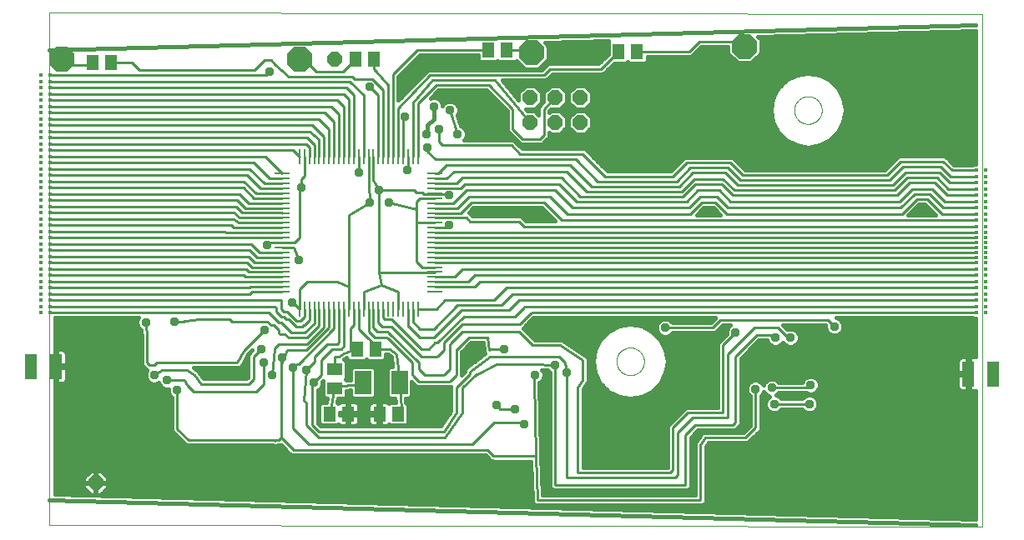
<source format=gbl>
G75*
%MOIN*%
%OFA0B0*%
%FSLAX25Y25*%
%IPPOS*%
%LPD*%
%AMOC8*
5,1,8,0,0,1.08239X$1,22.5*
%
%ADD10C,0.00000*%
%ADD11OC8,0.06000*%
%ADD12R,0.06693X0.09449*%
%ADD13R,0.05118X0.05906*%
%ADD14R,0.06299X0.05118*%
%ADD15R,0.05118X0.06299*%
%ADD16R,0.01063X0.05906*%
%ADD17R,0.05906X0.01063*%
%ADD18OC8,0.10000*%
%ADD19R,0.01500X0.01500*%
%ADD20R,0.05000X0.10000*%
%ADD21C,0.01000*%
%ADD22C,0.01600*%
%ADD23C,0.03762*%
D10*
X0014000Y0001800D02*
X0014000Y0206761D01*
X0386701Y0206261D01*
X0386701Y0001300D01*
X0014000Y0001800D01*
X0240488Y0067300D02*
X0240490Y0067448D01*
X0240496Y0067596D01*
X0240506Y0067744D01*
X0240520Y0067891D01*
X0240538Y0068038D01*
X0240559Y0068184D01*
X0240585Y0068330D01*
X0240615Y0068475D01*
X0240648Y0068619D01*
X0240686Y0068762D01*
X0240727Y0068904D01*
X0240772Y0069045D01*
X0240820Y0069185D01*
X0240873Y0069324D01*
X0240929Y0069461D01*
X0240989Y0069596D01*
X0241052Y0069730D01*
X0241119Y0069862D01*
X0241190Y0069992D01*
X0241264Y0070120D01*
X0241341Y0070246D01*
X0241422Y0070370D01*
X0241506Y0070492D01*
X0241593Y0070611D01*
X0241684Y0070728D01*
X0241778Y0070843D01*
X0241874Y0070955D01*
X0241974Y0071065D01*
X0242076Y0071171D01*
X0242182Y0071275D01*
X0242290Y0071376D01*
X0242401Y0071474D01*
X0242514Y0071570D01*
X0242630Y0071662D01*
X0242748Y0071751D01*
X0242869Y0071836D01*
X0242992Y0071919D01*
X0243117Y0071998D01*
X0243244Y0072074D01*
X0243373Y0072146D01*
X0243504Y0072215D01*
X0243637Y0072280D01*
X0243772Y0072341D01*
X0243908Y0072399D01*
X0244045Y0072454D01*
X0244184Y0072504D01*
X0244325Y0072551D01*
X0244466Y0072594D01*
X0244609Y0072634D01*
X0244753Y0072669D01*
X0244897Y0072701D01*
X0245043Y0072728D01*
X0245189Y0072752D01*
X0245336Y0072772D01*
X0245483Y0072788D01*
X0245630Y0072800D01*
X0245778Y0072808D01*
X0245926Y0072812D01*
X0246074Y0072812D01*
X0246222Y0072808D01*
X0246370Y0072800D01*
X0246517Y0072788D01*
X0246664Y0072772D01*
X0246811Y0072752D01*
X0246957Y0072728D01*
X0247103Y0072701D01*
X0247247Y0072669D01*
X0247391Y0072634D01*
X0247534Y0072594D01*
X0247675Y0072551D01*
X0247816Y0072504D01*
X0247955Y0072454D01*
X0248092Y0072399D01*
X0248228Y0072341D01*
X0248363Y0072280D01*
X0248496Y0072215D01*
X0248627Y0072146D01*
X0248756Y0072074D01*
X0248883Y0071998D01*
X0249008Y0071919D01*
X0249131Y0071836D01*
X0249252Y0071751D01*
X0249370Y0071662D01*
X0249486Y0071570D01*
X0249599Y0071474D01*
X0249710Y0071376D01*
X0249818Y0071275D01*
X0249924Y0071171D01*
X0250026Y0071065D01*
X0250126Y0070955D01*
X0250222Y0070843D01*
X0250316Y0070728D01*
X0250407Y0070611D01*
X0250494Y0070492D01*
X0250578Y0070370D01*
X0250659Y0070246D01*
X0250736Y0070120D01*
X0250810Y0069992D01*
X0250881Y0069862D01*
X0250948Y0069730D01*
X0251011Y0069596D01*
X0251071Y0069461D01*
X0251127Y0069324D01*
X0251180Y0069185D01*
X0251228Y0069045D01*
X0251273Y0068904D01*
X0251314Y0068762D01*
X0251352Y0068619D01*
X0251385Y0068475D01*
X0251415Y0068330D01*
X0251441Y0068184D01*
X0251462Y0068038D01*
X0251480Y0067891D01*
X0251494Y0067744D01*
X0251504Y0067596D01*
X0251510Y0067448D01*
X0251512Y0067300D01*
X0251510Y0067152D01*
X0251504Y0067004D01*
X0251494Y0066856D01*
X0251480Y0066709D01*
X0251462Y0066562D01*
X0251441Y0066416D01*
X0251415Y0066270D01*
X0251385Y0066125D01*
X0251352Y0065981D01*
X0251314Y0065838D01*
X0251273Y0065696D01*
X0251228Y0065555D01*
X0251180Y0065415D01*
X0251127Y0065276D01*
X0251071Y0065139D01*
X0251011Y0065004D01*
X0250948Y0064870D01*
X0250881Y0064738D01*
X0250810Y0064608D01*
X0250736Y0064480D01*
X0250659Y0064354D01*
X0250578Y0064230D01*
X0250494Y0064108D01*
X0250407Y0063989D01*
X0250316Y0063872D01*
X0250222Y0063757D01*
X0250126Y0063645D01*
X0250026Y0063535D01*
X0249924Y0063429D01*
X0249818Y0063325D01*
X0249710Y0063224D01*
X0249599Y0063126D01*
X0249486Y0063030D01*
X0249370Y0062938D01*
X0249252Y0062849D01*
X0249131Y0062764D01*
X0249008Y0062681D01*
X0248883Y0062602D01*
X0248756Y0062526D01*
X0248627Y0062454D01*
X0248496Y0062385D01*
X0248363Y0062320D01*
X0248228Y0062259D01*
X0248092Y0062201D01*
X0247955Y0062146D01*
X0247816Y0062096D01*
X0247675Y0062049D01*
X0247534Y0062006D01*
X0247391Y0061966D01*
X0247247Y0061931D01*
X0247103Y0061899D01*
X0246957Y0061872D01*
X0246811Y0061848D01*
X0246664Y0061828D01*
X0246517Y0061812D01*
X0246370Y0061800D01*
X0246222Y0061792D01*
X0246074Y0061788D01*
X0245926Y0061788D01*
X0245778Y0061792D01*
X0245630Y0061800D01*
X0245483Y0061812D01*
X0245336Y0061828D01*
X0245189Y0061848D01*
X0245043Y0061872D01*
X0244897Y0061899D01*
X0244753Y0061931D01*
X0244609Y0061966D01*
X0244466Y0062006D01*
X0244325Y0062049D01*
X0244184Y0062096D01*
X0244045Y0062146D01*
X0243908Y0062201D01*
X0243772Y0062259D01*
X0243637Y0062320D01*
X0243504Y0062385D01*
X0243373Y0062454D01*
X0243244Y0062526D01*
X0243117Y0062602D01*
X0242992Y0062681D01*
X0242869Y0062764D01*
X0242748Y0062849D01*
X0242630Y0062938D01*
X0242514Y0063030D01*
X0242401Y0063126D01*
X0242290Y0063224D01*
X0242182Y0063325D01*
X0242076Y0063429D01*
X0241974Y0063535D01*
X0241874Y0063645D01*
X0241778Y0063757D01*
X0241684Y0063872D01*
X0241593Y0063989D01*
X0241506Y0064108D01*
X0241422Y0064230D01*
X0241341Y0064354D01*
X0241264Y0064480D01*
X0241190Y0064608D01*
X0241119Y0064738D01*
X0241052Y0064870D01*
X0240989Y0065004D01*
X0240929Y0065139D01*
X0240873Y0065276D01*
X0240820Y0065415D01*
X0240772Y0065555D01*
X0240727Y0065696D01*
X0240686Y0065838D01*
X0240648Y0065981D01*
X0240615Y0066125D01*
X0240585Y0066270D01*
X0240559Y0066416D01*
X0240538Y0066562D01*
X0240520Y0066709D01*
X0240506Y0066856D01*
X0240496Y0067004D01*
X0240490Y0067152D01*
X0240488Y0067300D01*
X0311488Y0167800D02*
X0311490Y0167948D01*
X0311496Y0168096D01*
X0311506Y0168244D01*
X0311520Y0168391D01*
X0311538Y0168538D01*
X0311559Y0168684D01*
X0311585Y0168830D01*
X0311615Y0168975D01*
X0311648Y0169119D01*
X0311686Y0169262D01*
X0311727Y0169404D01*
X0311772Y0169545D01*
X0311820Y0169685D01*
X0311873Y0169824D01*
X0311929Y0169961D01*
X0311989Y0170096D01*
X0312052Y0170230D01*
X0312119Y0170362D01*
X0312190Y0170492D01*
X0312264Y0170620D01*
X0312341Y0170746D01*
X0312422Y0170870D01*
X0312506Y0170992D01*
X0312593Y0171111D01*
X0312684Y0171228D01*
X0312778Y0171343D01*
X0312874Y0171455D01*
X0312974Y0171565D01*
X0313076Y0171671D01*
X0313182Y0171775D01*
X0313290Y0171876D01*
X0313401Y0171974D01*
X0313514Y0172070D01*
X0313630Y0172162D01*
X0313748Y0172251D01*
X0313869Y0172336D01*
X0313992Y0172419D01*
X0314117Y0172498D01*
X0314244Y0172574D01*
X0314373Y0172646D01*
X0314504Y0172715D01*
X0314637Y0172780D01*
X0314772Y0172841D01*
X0314908Y0172899D01*
X0315045Y0172954D01*
X0315184Y0173004D01*
X0315325Y0173051D01*
X0315466Y0173094D01*
X0315609Y0173134D01*
X0315753Y0173169D01*
X0315897Y0173201D01*
X0316043Y0173228D01*
X0316189Y0173252D01*
X0316336Y0173272D01*
X0316483Y0173288D01*
X0316630Y0173300D01*
X0316778Y0173308D01*
X0316926Y0173312D01*
X0317074Y0173312D01*
X0317222Y0173308D01*
X0317370Y0173300D01*
X0317517Y0173288D01*
X0317664Y0173272D01*
X0317811Y0173252D01*
X0317957Y0173228D01*
X0318103Y0173201D01*
X0318247Y0173169D01*
X0318391Y0173134D01*
X0318534Y0173094D01*
X0318675Y0173051D01*
X0318816Y0173004D01*
X0318955Y0172954D01*
X0319092Y0172899D01*
X0319228Y0172841D01*
X0319363Y0172780D01*
X0319496Y0172715D01*
X0319627Y0172646D01*
X0319756Y0172574D01*
X0319883Y0172498D01*
X0320008Y0172419D01*
X0320131Y0172336D01*
X0320252Y0172251D01*
X0320370Y0172162D01*
X0320486Y0172070D01*
X0320599Y0171974D01*
X0320710Y0171876D01*
X0320818Y0171775D01*
X0320924Y0171671D01*
X0321026Y0171565D01*
X0321126Y0171455D01*
X0321222Y0171343D01*
X0321316Y0171228D01*
X0321407Y0171111D01*
X0321494Y0170992D01*
X0321578Y0170870D01*
X0321659Y0170746D01*
X0321736Y0170620D01*
X0321810Y0170492D01*
X0321881Y0170362D01*
X0321948Y0170230D01*
X0322011Y0170096D01*
X0322071Y0169961D01*
X0322127Y0169824D01*
X0322180Y0169685D01*
X0322228Y0169545D01*
X0322273Y0169404D01*
X0322314Y0169262D01*
X0322352Y0169119D01*
X0322385Y0168975D01*
X0322415Y0168830D01*
X0322441Y0168684D01*
X0322462Y0168538D01*
X0322480Y0168391D01*
X0322494Y0168244D01*
X0322504Y0168096D01*
X0322510Y0167948D01*
X0322512Y0167800D01*
X0322510Y0167652D01*
X0322504Y0167504D01*
X0322494Y0167356D01*
X0322480Y0167209D01*
X0322462Y0167062D01*
X0322441Y0166916D01*
X0322415Y0166770D01*
X0322385Y0166625D01*
X0322352Y0166481D01*
X0322314Y0166338D01*
X0322273Y0166196D01*
X0322228Y0166055D01*
X0322180Y0165915D01*
X0322127Y0165776D01*
X0322071Y0165639D01*
X0322011Y0165504D01*
X0321948Y0165370D01*
X0321881Y0165238D01*
X0321810Y0165108D01*
X0321736Y0164980D01*
X0321659Y0164854D01*
X0321578Y0164730D01*
X0321494Y0164608D01*
X0321407Y0164489D01*
X0321316Y0164372D01*
X0321222Y0164257D01*
X0321126Y0164145D01*
X0321026Y0164035D01*
X0320924Y0163929D01*
X0320818Y0163825D01*
X0320710Y0163724D01*
X0320599Y0163626D01*
X0320486Y0163530D01*
X0320370Y0163438D01*
X0320252Y0163349D01*
X0320131Y0163264D01*
X0320008Y0163181D01*
X0319883Y0163102D01*
X0319756Y0163026D01*
X0319627Y0162954D01*
X0319496Y0162885D01*
X0319363Y0162820D01*
X0319228Y0162759D01*
X0319092Y0162701D01*
X0318955Y0162646D01*
X0318816Y0162596D01*
X0318675Y0162549D01*
X0318534Y0162506D01*
X0318391Y0162466D01*
X0318247Y0162431D01*
X0318103Y0162399D01*
X0317957Y0162372D01*
X0317811Y0162348D01*
X0317664Y0162328D01*
X0317517Y0162312D01*
X0317370Y0162300D01*
X0317222Y0162292D01*
X0317074Y0162288D01*
X0316926Y0162288D01*
X0316778Y0162292D01*
X0316630Y0162300D01*
X0316483Y0162312D01*
X0316336Y0162328D01*
X0316189Y0162348D01*
X0316043Y0162372D01*
X0315897Y0162399D01*
X0315753Y0162431D01*
X0315609Y0162466D01*
X0315466Y0162506D01*
X0315325Y0162549D01*
X0315184Y0162596D01*
X0315045Y0162646D01*
X0314908Y0162701D01*
X0314772Y0162759D01*
X0314637Y0162820D01*
X0314504Y0162885D01*
X0314373Y0162954D01*
X0314244Y0163026D01*
X0314117Y0163102D01*
X0313992Y0163181D01*
X0313869Y0163264D01*
X0313748Y0163349D01*
X0313630Y0163438D01*
X0313514Y0163530D01*
X0313401Y0163626D01*
X0313290Y0163724D01*
X0313182Y0163825D01*
X0313076Y0163929D01*
X0312974Y0164035D01*
X0312874Y0164145D01*
X0312778Y0164257D01*
X0312684Y0164372D01*
X0312593Y0164489D01*
X0312506Y0164608D01*
X0312422Y0164730D01*
X0312341Y0164854D01*
X0312264Y0164980D01*
X0312190Y0165108D01*
X0312119Y0165238D01*
X0312052Y0165370D01*
X0311989Y0165504D01*
X0311929Y0165639D01*
X0311873Y0165776D01*
X0311820Y0165915D01*
X0311772Y0166055D01*
X0311727Y0166196D01*
X0311686Y0166338D01*
X0311648Y0166481D01*
X0311615Y0166625D01*
X0311585Y0166770D01*
X0311559Y0166916D01*
X0311538Y0167062D01*
X0311520Y0167209D01*
X0311506Y0167356D01*
X0311496Y0167504D01*
X0311490Y0167652D01*
X0311488Y0167800D01*
D11*
X0226000Y0162800D03*
X0216000Y0162800D03*
X0206000Y0162800D03*
X0206000Y0172800D03*
X0216000Y0172800D03*
X0226000Y0172800D03*
X0128000Y0188300D03*
X0032500Y0018800D03*
D12*
X0139217Y0058800D03*
X0153783Y0058800D03*
D13*
X0153240Y0046300D03*
X0145760Y0046300D03*
X0133240Y0046300D03*
X0125760Y0046300D03*
D14*
X0128000Y0056560D03*
X0128000Y0064040D03*
D15*
X0136760Y0072300D03*
X0144240Y0072300D03*
X0038740Y0186800D03*
X0031260Y0186800D03*
X0136260Y0188300D03*
X0143740Y0188300D03*
X0189260Y0191800D03*
X0196740Y0191800D03*
X0241260Y0191300D03*
X0248740Y0191300D03*
D16*
X0161122Y0149312D03*
X0159154Y0149312D03*
X0157185Y0149312D03*
X0155217Y0149312D03*
X0153248Y0149312D03*
X0151280Y0149312D03*
X0149311Y0149312D03*
X0147343Y0149312D03*
X0145374Y0149312D03*
X0143406Y0149312D03*
X0141437Y0149312D03*
X0139469Y0149312D03*
X0137500Y0149312D03*
X0135531Y0149312D03*
X0133563Y0149312D03*
X0131594Y0149312D03*
X0129626Y0149312D03*
X0127657Y0149312D03*
X0125689Y0149312D03*
X0123720Y0149312D03*
X0121752Y0149312D03*
X0119783Y0149312D03*
X0117815Y0149312D03*
X0115846Y0149312D03*
X0113878Y0149312D03*
X0113878Y0088288D03*
X0115846Y0088288D03*
X0117815Y0088288D03*
X0119783Y0088288D03*
X0121752Y0088288D03*
X0123720Y0088288D03*
X0125689Y0088288D03*
X0127657Y0088288D03*
X0129626Y0088288D03*
X0131594Y0088288D03*
X0133563Y0088288D03*
X0135531Y0088288D03*
X0137500Y0088288D03*
X0139469Y0088288D03*
X0141437Y0088288D03*
X0143406Y0088288D03*
X0145374Y0088288D03*
X0147343Y0088288D03*
X0149311Y0088288D03*
X0151280Y0088288D03*
X0153248Y0088288D03*
X0155217Y0088288D03*
X0157185Y0088288D03*
X0159154Y0088288D03*
X0161122Y0088288D03*
D17*
X0168012Y0095178D03*
X0168012Y0097146D03*
X0168012Y0099115D03*
X0168012Y0101083D03*
X0168012Y0103052D03*
X0168012Y0105020D03*
X0168012Y0106989D03*
X0168012Y0108957D03*
X0168012Y0110926D03*
X0168012Y0112894D03*
X0168012Y0114863D03*
X0168012Y0116831D03*
X0168012Y0118800D03*
X0168012Y0120769D03*
X0168012Y0122737D03*
X0168012Y0124706D03*
X0168012Y0126674D03*
X0168012Y0128643D03*
X0168012Y0130611D03*
X0168012Y0132580D03*
X0168012Y0134548D03*
X0168012Y0136517D03*
X0168012Y0138485D03*
X0168012Y0140454D03*
X0168012Y0142422D03*
X0106988Y0142422D03*
X0106988Y0140454D03*
X0106988Y0138485D03*
X0106988Y0136517D03*
X0106988Y0134548D03*
X0106988Y0132580D03*
X0106988Y0130611D03*
X0106988Y0128643D03*
X0106988Y0126674D03*
X0106988Y0124706D03*
X0106988Y0122737D03*
X0106988Y0120769D03*
X0106988Y0118800D03*
X0106988Y0116831D03*
X0106988Y0114863D03*
X0106988Y0112894D03*
X0106988Y0110926D03*
X0106988Y0108957D03*
X0106988Y0106989D03*
X0106988Y0105020D03*
X0106988Y0103052D03*
X0106988Y0101083D03*
X0106988Y0099115D03*
X0106988Y0097146D03*
X0106988Y0095178D03*
D18*
X0114000Y0188300D03*
X0206500Y0190800D03*
X0291500Y0193300D03*
X0019000Y0188300D03*
D19*
X0014287Y0181800D03*
X0010713Y0181800D03*
X0010713Y0179300D03*
X0010713Y0176800D03*
X0010713Y0174300D03*
X0010713Y0171800D03*
X0010713Y0169300D03*
X0010713Y0166800D03*
X0014287Y0166800D03*
X0014287Y0169300D03*
X0014287Y0171800D03*
X0014287Y0174300D03*
X0014287Y0176800D03*
X0014287Y0179300D03*
X0014287Y0164300D03*
X0014287Y0161800D03*
X0014287Y0159300D03*
X0014287Y0156800D03*
X0014287Y0154300D03*
X0014287Y0151800D03*
X0010713Y0151800D03*
X0010713Y0154300D03*
X0010713Y0156800D03*
X0010713Y0159300D03*
X0010713Y0161800D03*
X0010713Y0164300D03*
X0010713Y0149300D03*
X0010713Y0146800D03*
X0010713Y0144300D03*
X0010713Y0141800D03*
X0010713Y0139300D03*
X0010713Y0136800D03*
X0014287Y0136800D03*
X0014287Y0139300D03*
X0014287Y0141800D03*
X0014287Y0144300D03*
X0014287Y0146800D03*
X0014287Y0149300D03*
X0014287Y0134300D03*
X0014287Y0131800D03*
X0014287Y0129300D03*
X0014287Y0126800D03*
X0014287Y0124300D03*
X0014287Y0121800D03*
X0010713Y0121800D03*
X0010713Y0124300D03*
X0010713Y0126800D03*
X0010713Y0129300D03*
X0010713Y0131800D03*
X0010713Y0134300D03*
X0010713Y0119300D03*
X0010713Y0116800D03*
X0010713Y0114300D03*
X0010713Y0111800D03*
X0010713Y0109300D03*
X0010713Y0106800D03*
X0014287Y0106800D03*
X0014287Y0109300D03*
X0014287Y0111800D03*
X0014287Y0114300D03*
X0014287Y0116800D03*
X0014287Y0119300D03*
X0014287Y0104300D03*
X0014287Y0101800D03*
X0014287Y0099300D03*
X0014287Y0096800D03*
X0014287Y0094300D03*
X0010713Y0094300D03*
X0010713Y0096800D03*
X0010713Y0099300D03*
X0010713Y0101800D03*
X0010713Y0104300D03*
X0010713Y0091800D03*
X0010713Y0089300D03*
X0010713Y0086800D03*
X0014287Y0086800D03*
X0014287Y0089300D03*
X0014287Y0091800D03*
X0384213Y0091800D03*
X0384213Y0089300D03*
X0384213Y0086800D03*
X0387787Y0086800D03*
X0387787Y0089300D03*
X0387787Y0091800D03*
X0387787Y0094300D03*
X0387787Y0096800D03*
X0387787Y0099300D03*
X0387787Y0101800D03*
X0387787Y0104300D03*
X0384213Y0104300D03*
X0384213Y0101800D03*
X0384213Y0099300D03*
X0384213Y0096800D03*
X0384213Y0094300D03*
X0384213Y0106800D03*
X0384213Y0108800D03*
X0384213Y0110800D03*
X0384213Y0112800D03*
X0384213Y0114800D03*
X0384213Y0116800D03*
X0384213Y0118800D03*
X0384213Y0121300D03*
X0384213Y0123800D03*
X0387787Y0123800D03*
X0387787Y0121300D03*
X0387787Y0118800D03*
X0387787Y0116800D03*
X0387787Y0114800D03*
X0387787Y0112800D03*
X0387787Y0110800D03*
X0387787Y0108800D03*
X0387787Y0106800D03*
X0387787Y0126300D03*
X0387787Y0128800D03*
X0387787Y0131300D03*
X0387787Y0133800D03*
X0387787Y0136300D03*
X0387787Y0138800D03*
X0384213Y0138800D03*
X0384213Y0136300D03*
X0384213Y0133800D03*
X0384213Y0131300D03*
X0384213Y0128800D03*
X0384213Y0126300D03*
X0384213Y0141300D03*
X0384213Y0143800D03*
X0387787Y0143800D03*
X0387787Y0141300D03*
D20*
X0391000Y0062300D03*
X0381000Y0062300D03*
X0016500Y0065300D03*
X0006500Y0065300D03*
D21*
X0014000Y0086800D02*
X0101500Y0086800D01*
X0105500Y0082800D01*
X0106500Y0082800D01*
X0110500Y0078800D01*
X0116000Y0078800D01*
X0119783Y0082583D01*
X0119783Y0088288D01*
X0117815Y0088288D02*
X0117815Y0083800D01*
X0115815Y0081800D01*
X0115500Y0081800D01*
X0115000Y0081300D01*
X0112500Y0081300D01*
X0109500Y0084300D01*
X0108500Y0084300D01*
X0107500Y0085300D01*
X0106500Y0085300D01*
X0104500Y0087300D01*
X0104500Y0088800D01*
X0104000Y0089300D01*
X0014000Y0089300D01*
X0014000Y0091800D02*
X0106500Y0091800D01*
X0106500Y0088300D01*
X0107500Y0087300D01*
X0109000Y0087300D01*
X0112654Y0083646D01*
X0114346Y0083646D01*
X0116000Y0085300D01*
X0116000Y0088135D01*
X0115846Y0088288D01*
X0113878Y0088288D02*
X0111366Y0090800D01*
X0111000Y0090800D01*
X0113878Y0088288D02*
X0113878Y0096300D01*
X0116878Y0099300D01*
X0129000Y0099300D01*
X0133563Y0097237D01*
X0133563Y0088288D01*
X0135531Y0088288D02*
X0135500Y0085757D01*
X0135500Y0081800D01*
X0134123Y0080423D01*
X0134123Y0071428D01*
X0131500Y0070560D01*
X0129500Y0069300D01*
X0128000Y0069300D01*
X0128000Y0064040D01*
X0122500Y0061800D02*
X0119500Y0058800D01*
X0119000Y0058300D01*
X0119000Y0041800D01*
X0121500Y0039300D01*
X0171500Y0039300D01*
X0176500Y0046800D01*
X0176500Y0056800D01*
X0182000Y0062300D01*
X0182000Y0063300D01*
X0190000Y0069300D01*
X0217500Y0069300D01*
X0220000Y0066800D01*
X0220500Y0062800D01*
X0220500Y0020800D01*
X0264000Y0020800D01*
X0265000Y0021800D01*
X0265000Y0038800D01*
X0271000Y0044800D01*
X0285000Y0044800D01*
X0285000Y0070300D01*
X0295500Y0080800D01*
X0305000Y0080800D01*
X0309000Y0076800D01*
X0310000Y0076800D01*
X0304000Y0076800D02*
X0303000Y0076800D01*
X0302000Y0077800D01*
X0296500Y0077800D01*
X0288000Y0069300D01*
X0288000Y0042800D01*
X0287000Y0041800D01*
X0272000Y0041800D01*
X0268000Y0037800D01*
X0268000Y0017800D01*
X0216000Y0017800D01*
X0216000Y0065800D01*
X0207000Y0066300D01*
X0192500Y0066300D01*
X0185000Y0062300D01*
X0184500Y0062300D01*
X0179000Y0056800D01*
X0179000Y0046800D01*
X0172000Y0036800D01*
X0121500Y0036800D01*
X0116500Y0041800D01*
X0116500Y0050818D01*
X0115635Y0051683D01*
X0116500Y0063800D01*
X0120000Y0067300D01*
X0120000Y0069300D01*
X0125000Y0074300D01*
X0129000Y0074300D01*
X0129626Y0074926D01*
X0129626Y0088288D01*
X0131500Y0088288D02*
X0131594Y0088288D01*
X0131594Y0073394D01*
X0130500Y0072300D01*
X0127000Y0072300D01*
X0122500Y0067800D01*
X0122500Y0061800D01*
X0128000Y0057040D02*
X0125760Y0046300D01*
X0133240Y0046300D02*
X0145760Y0046300D01*
X0153240Y0046300D02*
X0154500Y0047800D01*
X0153783Y0058800D01*
X0152500Y0070300D01*
X0150000Y0072300D01*
X0144240Y0072300D01*
X0144000Y0073040D01*
X0144000Y0074300D01*
X0141000Y0076800D01*
X0137500Y0080300D01*
X0137500Y0088288D01*
X0139469Y0088288D02*
X0139469Y0095300D01*
X0146500Y0097800D01*
X0145500Y0102800D01*
X0168012Y0102800D01*
X0168012Y0103052D01*
X0168012Y0105020D02*
X0163012Y0104800D01*
X0160500Y0107300D01*
X0160500Y0122800D01*
X0160563Y0122737D01*
X0168012Y0122737D01*
X0168012Y0120769D02*
X0172969Y0120769D01*
X0173500Y0121800D01*
X0168012Y0124706D02*
X0180594Y0124706D01*
X0182000Y0123300D01*
X0201500Y0123300D01*
X0203500Y0121300D01*
X0384000Y0121300D01*
X0384000Y0118800D02*
X0168012Y0118800D01*
X0168012Y0116831D02*
X0383969Y0116831D01*
X0384000Y0116800D01*
X0383937Y0114863D02*
X0384000Y0114800D01*
X0383937Y0114863D02*
X0168012Y0114863D01*
X0168012Y0112894D02*
X0383906Y0112894D01*
X0384000Y0112800D01*
X0383874Y0110926D02*
X0384000Y0110800D01*
X0383874Y0110926D02*
X0168012Y0110926D01*
X0168012Y0108957D02*
X0383843Y0108957D01*
X0384000Y0108800D01*
X0383811Y0106989D02*
X0384000Y0106800D01*
X0383811Y0106989D02*
X0168012Y0106989D01*
X0168012Y0101083D02*
X0175783Y0101083D01*
X0179000Y0104300D01*
X0384000Y0104300D01*
X0384000Y0101800D02*
X0184000Y0101800D01*
X0181315Y0099115D01*
X0168012Y0099115D01*
X0168012Y0097146D02*
X0183846Y0097146D01*
X0186000Y0099300D01*
X0384000Y0099300D01*
X0384000Y0096800D02*
X0196500Y0096800D01*
X0191500Y0091800D01*
X0172000Y0091800D01*
X0168488Y0088288D01*
X0161122Y0088288D01*
X0161207Y0088203D01*
X0159154Y0088288D02*
X0159154Y0083146D01*
X0162000Y0080300D01*
X0167500Y0080300D01*
X0177000Y0089800D01*
X0194500Y0089800D01*
X0199000Y0094300D01*
X0384000Y0094300D01*
X0384000Y0091800D02*
X0201500Y0091800D01*
X0197500Y0087800D01*
X0178500Y0087800D01*
X0167500Y0076800D01*
X0161914Y0076800D01*
X0157478Y0081236D01*
X0157185Y0081943D02*
X0157185Y0088288D01*
X0153248Y0088288D02*
X0153248Y0095300D01*
X0146500Y0097800D01*
X0145500Y0102800D02*
X0145500Y0135800D01*
X0156500Y0135800D01*
X0159500Y0135800D01*
X0160500Y0134800D01*
X0163000Y0134800D01*
X0163500Y0134300D01*
X0167764Y0134300D01*
X0168012Y0134548D01*
X0168260Y0134300D01*
X0172000Y0134300D01*
X0172500Y0133800D01*
X0173500Y0133800D01*
X0175311Y0130611D02*
X0168012Y0130611D01*
X0168012Y0128643D02*
X0176843Y0128643D01*
X0181500Y0133300D01*
X0214000Y0133300D01*
X0221000Y0126300D01*
X0270000Y0126300D01*
X0274500Y0130800D01*
X0280000Y0130800D01*
X0284500Y0126300D01*
X0354500Y0126300D01*
X0360500Y0132300D01*
X0364500Y0132300D01*
X0370500Y0126300D01*
X0384000Y0126300D01*
X0384000Y0128800D02*
X0371000Y0128800D01*
X0365500Y0134300D01*
X0359500Y0134300D01*
X0354000Y0128800D01*
X0285000Y0128800D01*
X0280500Y0133300D01*
X0274000Y0133300D01*
X0269500Y0128800D01*
X0223000Y0128800D01*
X0216000Y0135800D01*
X0180500Y0135800D01*
X0175311Y0130611D01*
X0178374Y0126674D02*
X0182500Y0130800D01*
X0211500Y0130800D01*
X0218500Y0123800D01*
X0384000Y0123800D01*
X0384000Y0131300D02*
X0371500Y0131300D01*
X0366500Y0136300D01*
X0358500Y0136300D01*
X0353500Y0131300D01*
X0286000Y0131300D01*
X0281500Y0135800D01*
X0273000Y0135800D01*
X0268500Y0131300D01*
X0224500Y0131300D01*
X0217500Y0138300D01*
X0180000Y0138300D01*
X0178217Y0136517D01*
X0168012Y0136517D01*
X0168012Y0138485D02*
X0176685Y0138485D01*
X0179000Y0140800D01*
X0218500Y0140800D01*
X0226000Y0133300D01*
X0267000Y0133300D01*
X0272000Y0138300D01*
X0282500Y0138300D01*
X0287000Y0133800D01*
X0352500Y0133800D01*
X0357500Y0138800D01*
X0367500Y0138800D01*
X0372500Y0133800D01*
X0384000Y0133800D01*
X0384000Y0136300D02*
X0373000Y0136300D01*
X0368500Y0140800D01*
X0356500Y0140800D01*
X0351500Y0135800D01*
X0287500Y0135800D01*
X0283000Y0140300D01*
X0271500Y0140300D01*
X0266500Y0135300D01*
X0228500Y0135300D01*
X0220500Y0143300D01*
X0175500Y0143300D01*
X0172654Y0140454D01*
X0168012Y0140454D01*
X0168012Y0142422D02*
X0169122Y0142422D01*
X0172500Y0145800D01*
X0222000Y0145800D01*
X0230500Y0137300D01*
X0265500Y0137300D01*
X0271000Y0142800D01*
X0284000Y0142800D01*
X0289000Y0137800D01*
X0351000Y0137800D01*
X0356000Y0142800D01*
X0369500Y0142800D01*
X0373500Y0138800D01*
X0384000Y0138800D01*
X0384000Y0141300D02*
X0374000Y0141300D01*
X0370000Y0145300D01*
X0355000Y0145300D01*
X0349500Y0139800D01*
X0290000Y0139800D01*
X0285000Y0144800D01*
X0270000Y0144800D01*
X0264500Y0139300D01*
X0233000Y0139300D01*
X0224250Y0148050D01*
X0168250Y0148050D01*
X0165000Y0151300D01*
X0165000Y0152800D01*
X0169500Y0155300D02*
X0169500Y0160300D01*
X0177000Y0158300D02*
X0174000Y0167800D01*
X0168500Y0177800D02*
X0161122Y0170422D01*
X0161122Y0149312D01*
X0159154Y0149312D02*
X0159154Y0170954D01*
X0167000Y0179800D01*
X0192000Y0179800D01*
X0206000Y0162800D01*
X0203000Y0156300D02*
X0199000Y0160300D01*
X0199000Y0168300D01*
X0189500Y0177800D01*
X0168500Y0177800D01*
X0166000Y0181800D02*
X0153248Y0168548D01*
X0153248Y0149312D01*
X0151280Y0149312D02*
X0151280Y0182080D01*
X0161000Y0191800D01*
X0189260Y0191800D01*
X0196740Y0191800D02*
X0205500Y0191800D01*
X0206500Y0190800D01*
X0214000Y0184300D02*
X0234260Y0184300D01*
X0241260Y0191300D01*
X0248740Y0191300D02*
X0269500Y0191300D01*
X0273500Y0195300D01*
X0289500Y0195300D01*
X0291500Y0193300D01*
X0216000Y0172800D02*
X0211500Y0168300D01*
X0211500Y0157800D01*
X0210000Y0156300D01*
X0203000Y0156300D01*
X0198500Y0153800D02*
X0202000Y0150300D01*
X0227000Y0150300D01*
X0236000Y0141300D01*
X0263000Y0141300D01*
X0268500Y0146800D01*
X0286000Y0146800D01*
X0291000Y0141800D01*
X0348500Y0141800D01*
X0354000Y0147300D01*
X0371000Y0147300D01*
X0374500Y0143800D01*
X0384000Y0143800D01*
X0384000Y0089300D02*
X0204414Y0089300D01*
X0203707Y0089007D02*
X0200000Y0085300D01*
X0179500Y0085300D01*
X0169000Y0074800D01*
X0168000Y0074800D01*
X0165500Y0072300D01*
X0162500Y0072300D01*
X0150500Y0084300D01*
X0148000Y0084300D01*
X0147343Y0084957D01*
X0147343Y0088288D01*
X0145374Y0088288D02*
X0145374Y0082926D01*
X0147000Y0081300D01*
X0150500Y0081300D01*
X0162500Y0069300D01*
X0168586Y0069300D01*
X0169293Y0069593D02*
X0171500Y0071800D01*
X0171500Y0074800D01*
X0179000Y0082300D01*
X0202000Y0082300D01*
X0206207Y0086507D01*
X0206914Y0086800D02*
X0384000Y0086800D01*
X0327500Y0081300D02*
X0325000Y0083800D01*
X0282000Y0083800D01*
X0279000Y0080800D01*
X0260000Y0080800D01*
X0283000Y0073800D02*
X0288000Y0078800D01*
X0283000Y0073800D02*
X0283000Y0046800D01*
X0269000Y0046800D01*
X0263000Y0040800D01*
X0263000Y0023800D01*
X0262000Y0022800D01*
X0225000Y0022800D01*
X0225000Y0056800D01*
X0227000Y0059800D01*
X0227000Y0067800D01*
X0218000Y0073800D01*
X0207000Y0073800D01*
X0201500Y0079300D01*
X0179000Y0079300D01*
X0174293Y0074593D01*
X0174000Y0073886D02*
X0174000Y0064300D01*
X0171793Y0062093D01*
X0171086Y0061800D02*
X0164000Y0061800D01*
X0161793Y0064007D01*
X0161500Y0064714D02*
X0161500Y0066800D01*
X0149293Y0079007D01*
X0148586Y0079300D02*
X0145000Y0079300D01*
X0143406Y0080894D01*
X0143406Y0088288D01*
X0141437Y0088288D02*
X0141437Y0079777D01*
X0141730Y0079070D02*
X0144000Y0076800D01*
X0148586Y0076800D01*
X0149293Y0076507D02*
X0159000Y0066800D01*
X0159000Y0062214D01*
X0159293Y0061507D02*
X0161500Y0059300D01*
X0173586Y0059300D01*
X0174293Y0059593D02*
X0176500Y0061800D01*
X0176500Y0071386D01*
X0176793Y0072093D02*
X0181500Y0076800D01*
X0188586Y0076800D01*
X0189000Y0076800D02*
X0189293Y0076507D01*
X0189000Y0076800D02*
X0189586Y0071800D01*
X0189793Y0072007D01*
X0190500Y0072300D02*
X0195500Y0072300D01*
X0195293Y0072093D01*
X0190500Y0072300D02*
X0190440Y0072298D01*
X0190379Y0072293D01*
X0190320Y0072284D01*
X0190261Y0072271D01*
X0190202Y0072255D01*
X0190145Y0072235D01*
X0190090Y0072212D01*
X0190035Y0072185D01*
X0189983Y0072156D01*
X0189932Y0072123D01*
X0189883Y0072087D01*
X0189837Y0072049D01*
X0189793Y0072007D01*
X0189293Y0076507D02*
X0189249Y0076549D01*
X0189203Y0076587D01*
X0189154Y0076623D01*
X0189103Y0076656D01*
X0189051Y0076685D01*
X0188996Y0076712D01*
X0188941Y0076735D01*
X0188884Y0076755D01*
X0188825Y0076771D01*
X0188766Y0076784D01*
X0188707Y0076793D01*
X0188646Y0076798D01*
X0188586Y0076800D01*
X0176793Y0072093D02*
X0176751Y0072049D01*
X0176713Y0072003D01*
X0176677Y0071954D01*
X0176644Y0071903D01*
X0176615Y0071851D01*
X0176588Y0071796D01*
X0176565Y0071741D01*
X0176545Y0071684D01*
X0176529Y0071625D01*
X0176516Y0071566D01*
X0176507Y0071507D01*
X0176502Y0071446D01*
X0176500Y0071386D01*
X0174000Y0073886D02*
X0174002Y0073946D01*
X0174007Y0074007D01*
X0174016Y0074066D01*
X0174029Y0074125D01*
X0174045Y0074184D01*
X0174065Y0074241D01*
X0174088Y0074296D01*
X0174115Y0074351D01*
X0174144Y0074403D01*
X0174177Y0074454D01*
X0174213Y0074503D01*
X0174251Y0074549D01*
X0174293Y0074593D01*
X0169293Y0069593D02*
X0169249Y0069551D01*
X0169203Y0069513D01*
X0169154Y0069477D01*
X0169103Y0069444D01*
X0169051Y0069415D01*
X0168996Y0069388D01*
X0168941Y0069365D01*
X0168884Y0069345D01*
X0168825Y0069329D01*
X0168766Y0069316D01*
X0168707Y0069307D01*
X0168646Y0069302D01*
X0168586Y0069300D01*
X0161500Y0064714D02*
X0161502Y0064654D01*
X0161507Y0064593D01*
X0161516Y0064534D01*
X0161529Y0064475D01*
X0161545Y0064416D01*
X0161565Y0064359D01*
X0161588Y0064304D01*
X0161615Y0064249D01*
X0161644Y0064197D01*
X0161677Y0064146D01*
X0161713Y0064097D01*
X0161751Y0064051D01*
X0161793Y0064007D01*
X0161751Y0064051D01*
X0161713Y0064097D01*
X0161677Y0064146D01*
X0161644Y0064197D01*
X0161615Y0064249D01*
X0161588Y0064304D01*
X0161565Y0064359D01*
X0161545Y0064416D01*
X0161529Y0064475D01*
X0161516Y0064534D01*
X0161507Y0064593D01*
X0161502Y0064654D01*
X0161500Y0064714D01*
X0159000Y0062214D02*
X0159002Y0062154D01*
X0159007Y0062093D01*
X0159016Y0062034D01*
X0159029Y0061975D01*
X0159045Y0061916D01*
X0159065Y0061859D01*
X0159088Y0061804D01*
X0159115Y0061749D01*
X0159144Y0061697D01*
X0159177Y0061646D01*
X0159213Y0061597D01*
X0159251Y0061551D01*
X0159293Y0061507D01*
X0171086Y0061800D02*
X0171146Y0061802D01*
X0171207Y0061807D01*
X0171266Y0061816D01*
X0171325Y0061829D01*
X0171384Y0061845D01*
X0171441Y0061865D01*
X0171496Y0061888D01*
X0171551Y0061915D01*
X0171603Y0061944D01*
X0171654Y0061977D01*
X0171703Y0062013D01*
X0171749Y0062051D01*
X0171793Y0062093D01*
X0173586Y0059300D02*
X0173646Y0059302D01*
X0173707Y0059307D01*
X0173766Y0059316D01*
X0173825Y0059329D01*
X0173884Y0059345D01*
X0173941Y0059365D01*
X0173996Y0059388D01*
X0174051Y0059415D01*
X0174103Y0059444D01*
X0174154Y0059477D01*
X0174203Y0059513D01*
X0174249Y0059551D01*
X0174293Y0059593D01*
X0174249Y0059551D01*
X0174203Y0059513D01*
X0174154Y0059477D01*
X0174103Y0059444D01*
X0174051Y0059415D01*
X0173996Y0059388D01*
X0173941Y0059365D01*
X0173884Y0059345D01*
X0173825Y0059329D01*
X0173766Y0059316D01*
X0173707Y0059307D01*
X0173646Y0059302D01*
X0173586Y0059300D01*
X0192500Y0049800D02*
X0194000Y0048300D01*
X0200000Y0048300D01*
X0203000Y0042800D02*
X0191500Y0042800D01*
X0183000Y0034300D01*
X0117500Y0034300D01*
X0111280Y0040520D01*
X0111280Y0064800D01*
X0112780Y0066300D01*
X0113500Y0066300D01*
X0127657Y0080457D01*
X0127657Y0088288D01*
X0125689Y0088288D02*
X0125689Y0080989D01*
X0116500Y0071800D01*
X0109000Y0071800D01*
X0107000Y0067300D01*
X0107000Y0068800D01*
X0106500Y0068300D01*
X0106500Y0036800D01*
X0111500Y0031800D01*
X0189000Y0031800D01*
X0191133Y0029667D01*
X0191841Y0029374D02*
X0208268Y0029374D01*
X0209000Y0011800D01*
X0274000Y0011800D01*
X0274000Y0033800D01*
X0276000Y0036800D01*
X0292000Y0036800D01*
X0296000Y0040800D01*
X0296000Y0056300D01*
X0302500Y0056800D02*
X0317000Y0056800D01*
X0318000Y0057800D01*
X0317500Y0050300D02*
X0303500Y0050300D01*
X0208000Y0061800D02*
X0207500Y0059800D01*
X0208268Y0029374D01*
X0191841Y0029374D02*
X0191781Y0029376D01*
X0191720Y0029381D01*
X0191661Y0029390D01*
X0191602Y0029403D01*
X0191543Y0029419D01*
X0191486Y0029439D01*
X0191431Y0029462D01*
X0191376Y0029489D01*
X0191324Y0029518D01*
X0191273Y0029551D01*
X0191224Y0029587D01*
X0191178Y0029625D01*
X0191134Y0029667D01*
X0203500Y0042300D02*
X0203000Y0042800D01*
X0149293Y0076507D02*
X0149249Y0076549D01*
X0149203Y0076587D01*
X0149154Y0076623D01*
X0149103Y0076656D01*
X0149051Y0076685D01*
X0148996Y0076712D01*
X0148941Y0076735D01*
X0148884Y0076755D01*
X0148825Y0076771D01*
X0148766Y0076784D01*
X0148707Y0076793D01*
X0148646Y0076798D01*
X0148586Y0076800D01*
X0149293Y0079007D02*
X0149249Y0079049D01*
X0149203Y0079087D01*
X0149154Y0079123D01*
X0149103Y0079156D01*
X0149051Y0079185D01*
X0148996Y0079212D01*
X0148941Y0079235D01*
X0148884Y0079255D01*
X0148825Y0079271D01*
X0148766Y0079284D01*
X0148707Y0079293D01*
X0148646Y0079298D01*
X0148586Y0079300D01*
X0141730Y0079070D02*
X0141688Y0079114D01*
X0141650Y0079160D01*
X0141614Y0079209D01*
X0141581Y0079260D01*
X0141552Y0079312D01*
X0141525Y0079367D01*
X0141502Y0079422D01*
X0141482Y0079479D01*
X0141466Y0079538D01*
X0141453Y0079597D01*
X0141444Y0079656D01*
X0141439Y0079717D01*
X0141437Y0079777D01*
X0136760Y0072300D02*
X0134123Y0071428D01*
X0123720Y0081020D02*
X0123720Y0088288D01*
X0121752Y0088288D02*
X0121752Y0081552D01*
X0117000Y0076800D01*
X0109500Y0076800D01*
X0108000Y0078300D01*
X0106000Y0078300D01*
X0105500Y0078800D01*
X0105500Y0079800D01*
X0103572Y0081728D01*
X0102572Y0081728D01*
X0101000Y0083300D01*
X0087000Y0083300D01*
X0086000Y0084300D01*
X0076500Y0084300D01*
X0076440Y0084240D01*
X0076440Y0084241D02*
X0076451Y0084253D01*
X0076459Y0084268D01*
X0076463Y0084284D01*
X0076465Y0084300D01*
X0076296Y0084300D02*
X0074000Y0084300D01*
X0068293Y0083593D01*
X0065086Y0083300D02*
X0064000Y0083300D01*
X0065086Y0083300D02*
X0065208Y0083264D01*
X0065331Y0083232D01*
X0065455Y0083203D01*
X0065579Y0083179D01*
X0065705Y0083158D01*
X0065831Y0083140D01*
X0065957Y0083127D01*
X0066084Y0083118D01*
X0066211Y0083112D01*
X0066338Y0083110D01*
X0066465Y0083112D01*
X0066592Y0083118D01*
X0066719Y0083127D01*
X0066845Y0083141D01*
X0066971Y0083158D01*
X0067096Y0083179D01*
X0067221Y0083204D01*
X0067345Y0083233D01*
X0067468Y0083265D01*
X0067590Y0083301D01*
X0067710Y0083341D01*
X0067830Y0083384D01*
X0067948Y0083431D01*
X0068065Y0083481D01*
X0068180Y0083535D01*
X0068293Y0083593D01*
X0076296Y0084300D02*
X0076323Y0084298D01*
X0076349Y0084293D01*
X0076374Y0084284D01*
X0076398Y0084273D01*
X0076420Y0084258D01*
X0076440Y0084240D01*
X0094000Y0094300D02*
X0094878Y0095178D01*
X0106988Y0095178D01*
X0106988Y0097146D02*
X0094346Y0097146D01*
X0094000Y0096800D01*
X0014000Y0096800D01*
X0014000Y0094300D02*
X0094000Y0094300D01*
X0089185Y0099115D02*
X0106988Y0099115D01*
X0106988Y0101083D02*
X0092217Y0101083D01*
X0091500Y0101800D01*
X0014000Y0101800D01*
X0014000Y0099300D02*
X0089000Y0099300D01*
X0089185Y0099115D01*
X0093748Y0103052D02*
X0106988Y0103052D01*
X0106988Y0105020D02*
X0094780Y0105020D01*
X0093000Y0106800D01*
X0014000Y0106800D01*
X0014000Y0109300D02*
X0093500Y0109300D01*
X0095811Y0106989D01*
X0106988Y0106989D01*
X0106988Y0108957D02*
X0096843Y0108957D01*
X0094000Y0111800D01*
X0014000Y0111800D01*
X0014000Y0114300D02*
X0094500Y0114300D01*
X0097874Y0110926D01*
X0106988Y0110926D01*
X0106988Y0112894D02*
X0111500Y0112894D01*
X0113500Y0107800D01*
X0112063Y0114863D02*
X0106988Y0114863D01*
X0101063Y0114863D01*
X0101000Y0113800D01*
X0106988Y0114800D02*
X0106988Y0114863D01*
X0106957Y0116800D02*
X0014000Y0116800D01*
X0014000Y0119300D02*
X0084000Y0119300D01*
X0084500Y0118800D01*
X0106988Y0118800D01*
X0106988Y0116831D02*
X0106957Y0116800D01*
X0106988Y0120769D02*
X0087531Y0120769D01*
X0086500Y0121800D01*
X0014000Y0121800D01*
X0014000Y0124300D02*
X0087500Y0124300D01*
X0089437Y0122737D01*
X0106988Y0122737D01*
X0106988Y0124706D02*
X0091906Y0124706D01*
X0090000Y0124800D01*
X0087500Y0126800D01*
X0014000Y0126800D01*
X0014000Y0129300D02*
X0088500Y0129300D01*
X0091000Y0126800D01*
X0106862Y0126800D01*
X0106988Y0126674D01*
X0106988Y0128643D02*
X0092157Y0128643D01*
X0089000Y0131800D01*
X0014000Y0131800D01*
X0014000Y0134300D02*
X0090000Y0134300D01*
X0093689Y0130611D01*
X0106988Y0130611D01*
X0106988Y0132580D02*
X0095720Y0132580D01*
X0091500Y0136800D01*
X0014000Y0136800D01*
X0014000Y0139300D02*
X0091500Y0139300D01*
X0096748Y0134548D01*
X0106988Y0134548D01*
X0106988Y0136517D02*
X0098283Y0136517D01*
X0093000Y0141800D01*
X0014000Y0141800D01*
X0014000Y0144300D02*
X0094000Y0144300D01*
X0099815Y0138485D01*
X0106988Y0138485D01*
X0106988Y0140454D02*
X0101988Y0140454D01*
X0095642Y0146800D01*
X0014000Y0146800D01*
X0014000Y0149300D02*
X0100110Y0149300D01*
X0106988Y0142422D01*
X0114500Y0140300D02*
X0114500Y0136800D01*
X0114000Y0136300D01*
X0114000Y0116800D01*
X0112063Y0114863D01*
X0093748Y0103052D02*
X0092500Y0104300D01*
X0014000Y0104300D01*
X0052500Y0082800D02*
X0053000Y0076800D01*
X0053000Y0066800D01*
X0054000Y0065800D01*
X0056000Y0065800D01*
X0057000Y0066800D01*
X0089086Y0066800D01*
X0091586Y0071386D01*
X0100000Y0079800D01*
X0105746Y0074300D02*
X0103934Y0072488D01*
X0103000Y0062214D01*
X0103000Y0061800D01*
X0099500Y0058300D02*
X0099500Y0066800D01*
X0095500Y0069300D02*
X0098500Y0072300D01*
X0095500Y0069300D02*
X0095500Y0060300D01*
X0093500Y0058300D01*
X0074500Y0058300D01*
X0072000Y0061800D01*
X0069000Y0063800D01*
X0059000Y0063800D01*
X0056000Y0061800D01*
X0061000Y0059800D02*
X0068000Y0059800D01*
X0069000Y0057800D01*
X0071500Y0055300D01*
X0096500Y0055300D01*
X0099500Y0058300D01*
X0106793Y0066507D02*
X0107000Y0068800D01*
X0105746Y0074300D02*
X0117000Y0074300D01*
X0123720Y0081020D01*
X0133563Y0097237D02*
X0133563Y0107800D01*
X0133500Y0108800D01*
X0133500Y0125800D01*
X0142000Y0130800D01*
X0141437Y0138800D01*
X0141437Y0149312D01*
X0139469Y0149312D02*
X0139469Y0173831D01*
X0134000Y0179300D01*
X0014000Y0179300D01*
X0014000Y0176800D02*
X0132500Y0176800D01*
X0135531Y0173769D01*
X0135531Y0149312D01*
X0133563Y0149312D02*
X0133563Y0172237D01*
X0131500Y0174300D01*
X0014000Y0174300D01*
X0014000Y0171800D02*
X0129000Y0171800D01*
X0131594Y0169206D01*
X0131594Y0149312D01*
X0129626Y0149312D02*
X0129626Y0166174D01*
X0126500Y0169300D01*
X0014000Y0169300D01*
X0014000Y0166800D02*
X0124000Y0166800D01*
X0127657Y0163143D01*
X0127657Y0149312D01*
X0125689Y0149312D02*
X0125689Y0160111D01*
X0121500Y0164300D01*
X0014000Y0164300D01*
X0014000Y0161800D02*
X0119000Y0161800D01*
X0123720Y0157080D01*
X0123720Y0149312D01*
X0121752Y0149312D02*
X0121752Y0155800D01*
X0121500Y0156052D01*
X0118000Y0159300D01*
X0014000Y0159300D01*
X0014000Y0156800D02*
X0117000Y0156800D01*
X0119783Y0154017D01*
X0119783Y0149312D01*
X0117815Y0149312D02*
X0117815Y0152985D01*
X0116500Y0154300D01*
X0014000Y0154300D01*
X0014000Y0151800D02*
X0111390Y0151800D01*
X0113878Y0149312D01*
X0115846Y0149312D02*
X0115846Y0141646D01*
X0114500Y0140300D01*
X0137500Y0142800D02*
X0137500Y0149312D01*
X0143406Y0149312D02*
X0143406Y0139800D01*
X0145500Y0135800D01*
X0149500Y0130800D02*
X0160500Y0128300D01*
X0160500Y0131300D01*
X0161780Y0132580D01*
X0168012Y0132580D01*
X0160500Y0128300D02*
X0160500Y0122800D01*
X0168012Y0126674D02*
X0178374Y0126674D01*
X0157012Y0135800D02*
X0156500Y0135800D01*
X0157000Y0143800D02*
X0157185Y0143985D01*
X0157185Y0149312D01*
X0155217Y0149312D02*
X0155217Y0164517D01*
X0156000Y0165300D01*
X0145374Y0173926D02*
X0142000Y0177300D01*
X0143000Y0180300D02*
X0136000Y0180300D01*
X0135000Y0181300D01*
X0109500Y0181300D01*
X0104000Y0186300D01*
X0102500Y0187800D01*
X0100000Y0187800D01*
X0096000Y0183800D01*
X0050000Y0183800D01*
X0047000Y0186800D01*
X0038740Y0186800D01*
X0031260Y0186800D02*
X0030260Y0185800D01*
X0023000Y0185800D01*
X0020500Y0188300D01*
X0019000Y0188300D01*
X0014000Y0181800D02*
X0100500Y0181800D01*
X0102000Y0183300D01*
X0114000Y0188300D02*
X0115500Y0188300D01*
X0120500Y0183300D01*
X0131260Y0183300D01*
X0136260Y0188300D01*
X0143740Y0188300D02*
X0143740Y0184060D01*
X0144500Y0183300D01*
X0149311Y0177989D01*
X0149311Y0149312D01*
X0147343Y0149312D02*
X0147343Y0175957D01*
X0143000Y0180300D01*
X0145374Y0173926D02*
X0145374Y0149312D01*
X0169500Y0155300D02*
X0171000Y0153800D01*
X0198500Y0153800D01*
X0211500Y0181800D02*
X0166000Y0181800D01*
X0211500Y0181800D02*
X0214000Y0184300D01*
X0204414Y0089300D02*
X0204354Y0089298D01*
X0204293Y0089293D01*
X0204234Y0089284D01*
X0204175Y0089271D01*
X0204116Y0089255D01*
X0204059Y0089235D01*
X0204004Y0089212D01*
X0203949Y0089185D01*
X0203897Y0089156D01*
X0203846Y0089123D01*
X0203797Y0089087D01*
X0203751Y0089049D01*
X0203707Y0089007D01*
X0206207Y0086507D02*
X0206251Y0086549D01*
X0206297Y0086587D01*
X0206346Y0086623D01*
X0206397Y0086656D01*
X0206449Y0086685D01*
X0206504Y0086712D01*
X0206559Y0086735D01*
X0206616Y0086755D01*
X0206675Y0086771D01*
X0206734Y0086784D01*
X0206793Y0086793D01*
X0206854Y0086798D01*
X0206914Y0086800D01*
X0157478Y0081236D02*
X0157436Y0081280D01*
X0157398Y0081326D01*
X0157362Y0081375D01*
X0157329Y0081426D01*
X0157300Y0081478D01*
X0157273Y0081533D01*
X0157250Y0081588D01*
X0157230Y0081645D01*
X0157214Y0081704D01*
X0157201Y0081763D01*
X0157192Y0081822D01*
X0157187Y0081883D01*
X0157185Y0081943D01*
X0139217Y0058800D02*
X0138000Y0058300D01*
X0128000Y0057040D01*
X0128000Y0056560D01*
X0106500Y0036800D02*
X0105500Y0035800D01*
X0104000Y0035800D01*
X0104207Y0035593D01*
X0104000Y0035800D02*
X0069500Y0035800D01*
X0065000Y0040300D01*
X0065000Y0055800D01*
X0091500Y0027898D02*
X0082402Y0018800D01*
X0032500Y0018800D01*
D22*
X0032700Y0019000D02*
X0037300Y0019000D01*
X0037300Y0020788D01*
X0034488Y0023600D01*
X0032700Y0023600D01*
X0032700Y0019000D01*
X0032700Y0018600D01*
X0037300Y0018600D01*
X0037300Y0016812D01*
X0034488Y0014000D01*
X0032700Y0014000D01*
X0032700Y0018600D01*
X0032300Y0018600D01*
X0032300Y0014000D01*
X0030512Y0014000D01*
X0027700Y0016812D01*
X0027700Y0018600D01*
X0032300Y0018600D01*
X0032300Y0019000D01*
X0032300Y0023600D01*
X0030512Y0023600D01*
X0027700Y0020788D01*
X0027700Y0019000D01*
X0032300Y0019000D01*
X0032700Y0019000D01*
X0032700Y0019384D02*
X0032300Y0019384D01*
X0032300Y0020982D02*
X0032700Y0020982D01*
X0032700Y0022581D02*
X0032300Y0022581D01*
X0029492Y0022581D02*
X0016300Y0022581D01*
X0016300Y0024179D02*
X0206382Y0024179D01*
X0206449Y0022581D02*
X0035508Y0022581D01*
X0037106Y0020982D02*
X0206516Y0020982D01*
X0206582Y0019384D02*
X0037300Y0019384D01*
X0037300Y0017785D02*
X0206649Y0017785D01*
X0206715Y0016187D02*
X0036675Y0016187D01*
X0035076Y0014588D02*
X0206782Y0014588D01*
X0206849Y0012990D02*
X0058817Y0012990D01*
X0032700Y0014588D02*
X0032300Y0014588D01*
X0032300Y0016187D02*
X0032700Y0016187D01*
X0032700Y0017785D02*
X0032300Y0017785D01*
X0028325Y0016187D02*
X0016300Y0016187D01*
X0016300Y0017785D02*
X0027700Y0017785D01*
X0027700Y0019384D02*
X0016300Y0019384D01*
X0016300Y0020982D02*
X0027894Y0020982D01*
X0029924Y0014588D02*
X0016300Y0014588D01*
X0016300Y0014139D02*
X0016300Y0064850D01*
X0016950Y0064850D01*
X0016950Y0065750D01*
X0016300Y0065750D01*
X0016300Y0084700D01*
X0049519Y0084700D01*
X0049019Y0083492D01*
X0049019Y0082108D01*
X0049549Y0080828D01*
X0050528Y0079849D01*
X0050643Y0079801D01*
X0050900Y0076713D01*
X0050900Y0065930D01*
X0051900Y0064930D01*
X0053054Y0063777D01*
X0053049Y0063772D01*
X0052519Y0062492D01*
X0052519Y0061108D01*
X0053049Y0059828D01*
X0054028Y0058849D01*
X0055308Y0058319D01*
X0056692Y0058319D01*
X0057677Y0058727D01*
X0058049Y0057828D01*
X0059028Y0056849D01*
X0060308Y0056319D01*
X0061519Y0056319D01*
X0061519Y0055108D01*
X0062049Y0053828D01*
X0062900Y0052977D01*
X0062900Y0039430D01*
X0068630Y0033700D01*
X0103130Y0033700D01*
X0103337Y0033493D01*
X0105077Y0033493D01*
X0105284Y0033700D01*
X0106370Y0033700D01*
X0106500Y0033830D01*
X0109400Y0030930D01*
X0110630Y0029700D01*
X0188130Y0029700D01*
X0190264Y0027567D01*
X0190517Y0027567D01*
X0190792Y0027453D01*
X0190971Y0027274D01*
X0206253Y0027274D01*
X0206900Y0011756D01*
X0206900Y0010930D01*
X0206936Y0010894D01*
X0206938Y0010843D01*
X0207546Y0010284D01*
X0208130Y0009700D01*
X0208181Y0009700D01*
X0208218Y0009666D01*
X0209044Y0009700D01*
X0274870Y0009700D01*
X0276100Y0010930D01*
X0276100Y0033164D01*
X0277124Y0034700D01*
X0292870Y0034700D01*
X0298100Y0039930D01*
X0298100Y0053477D01*
X0298951Y0054328D01*
X0299354Y0055300D01*
X0299549Y0054828D01*
X0300528Y0053849D01*
X0301750Y0053343D01*
X0301528Y0053251D01*
X0300549Y0052272D01*
X0300019Y0050992D01*
X0300019Y0049608D01*
X0300549Y0048328D01*
X0301528Y0047349D01*
X0302808Y0046819D01*
X0304192Y0046819D01*
X0305472Y0047349D01*
X0306323Y0048200D01*
X0314677Y0048200D01*
X0315528Y0047349D01*
X0316808Y0046819D01*
X0318192Y0046819D01*
X0319472Y0047349D01*
X0320451Y0048328D01*
X0320981Y0049608D01*
X0320981Y0050992D01*
X0320451Y0052272D01*
X0319472Y0053251D01*
X0318192Y0053781D01*
X0316808Y0053781D01*
X0315528Y0053251D01*
X0314677Y0052400D01*
X0306323Y0052400D01*
X0305472Y0053251D01*
X0304250Y0053757D01*
X0304472Y0053849D01*
X0305323Y0054700D01*
X0316388Y0054700D01*
X0317308Y0054319D01*
X0318692Y0054319D01*
X0319972Y0054849D01*
X0320951Y0055828D01*
X0321481Y0057108D01*
X0321481Y0058492D01*
X0320951Y0059772D01*
X0319972Y0060751D01*
X0318692Y0061281D01*
X0317308Y0061281D01*
X0316028Y0060751D01*
X0315049Y0059772D01*
X0314688Y0058900D01*
X0305323Y0058900D01*
X0304472Y0059751D01*
X0303192Y0060281D01*
X0301808Y0060281D01*
X0300528Y0059751D01*
X0299549Y0058772D01*
X0299146Y0057800D01*
X0298951Y0058272D01*
X0297972Y0059251D01*
X0296692Y0059781D01*
X0295308Y0059781D01*
X0294028Y0059251D01*
X0293049Y0058272D01*
X0292519Y0056992D01*
X0292519Y0055608D01*
X0293049Y0054328D01*
X0293900Y0053477D01*
X0293900Y0041670D01*
X0291130Y0038900D01*
X0276636Y0038900D01*
X0276441Y0039030D01*
X0275792Y0038900D01*
X0275130Y0038900D01*
X0274965Y0038735D01*
X0274735Y0038689D01*
X0274368Y0038138D01*
X0273900Y0037670D01*
X0273900Y0037436D01*
X0272368Y0035138D01*
X0271900Y0034670D01*
X0271900Y0034436D01*
X0271770Y0034241D01*
X0271900Y0033592D01*
X0271900Y0013900D01*
X0211014Y0013900D01*
X0210368Y0029417D01*
X0210368Y0030244D01*
X0210346Y0030265D01*
X0209628Y0058707D01*
X0209972Y0058849D01*
X0210951Y0059828D01*
X0211481Y0061108D01*
X0211481Y0062492D01*
X0210951Y0063772D01*
X0210734Y0063989D01*
X0213035Y0063861D01*
X0213049Y0063828D01*
X0213900Y0062977D01*
X0213900Y0016930D01*
X0215130Y0015700D01*
X0268870Y0015700D01*
X0270100Y0016930D01*
X0270100Y0036930D01*
X0272870Y0039700D01*
X0287870Y0039700D01*
X0288870Y0040700D01*
X0290100Y0041930D01*
X0290100Y0068430D01*
X0297370Y0075700D01*
X0300688Y0075700D01*
X0301049Y0074828D01*
X0302028Y0073849D01*
X0303308Y0073319D01*
X0304692Y0073319D01*
X0305972Y0073849D01*
X0306951Y0074828D01*
X0307000Y0074946D01*
X0307049Y0074828D01*
X0308028Y0073849D01*
X0309308Y0073319D01*
X0310692Y0073319D01*
X0311972Y0073849D01*
X0312951Y0074828D01*
X0313481Y0076108D01*
X0313481Y0077492D01*
X0312951Y0078772D01*
X0311972Y0079751D01*
X0310692Y0080281D01*
X0309308Y0080281D01*
X0308729Y0080041D01*
X0307070Y0081700D01*
X0324019Y0081700D01*
X0324019Y0080608D01*
X0324549Y0079328D01*
X0325528Y0078349D01*
X0326808Y0077819D01*
X0328192Y0077819D01*
X0329472Y0078349D01*
X0330451Y0079328D01*
X0330981Y0080608D01*
X0330981Y0081992D01*
X0330451Y0083272D01*
X0329472Y0084251D01*
X0328388Y0084700D01*
X0382550Y0084700D01*
X0382800Y0084450D01*
X0384000Y0084450D01*
X0384000Y0069030D01*
X0383737Y0069100D01*
X0381450Y0069100D01*
X0381450Y0062750D01*
X0380550Y0062750D01*
X0380550Y0069100D01*
X0378263Y0069100D01*
X0377805Y0068977D01*
X0377395Y0068740D01*
X0377060Y0068405D01*
X0376823Y0067995D01*
X0376700Y0067537D01*
X0376700Y0062750D01*
X0380550Y0062750D01*
X0380550Y0061850D01*
X0381450Y0061850D01*
X0381450Y0055500D01*
X0383737Y0055500D01*
X0384000Y0055570D01*
X0384000Y0004201D01*
X0016300Y0014139D01*
X0014000Y0011800D02*
X0384000Y0001800D01*
X0384000Y0004997D02*
X0354542Y0004997D01*
X0384000Y0006596D02*
X0295397Y0006596D01*
X0276100Y0011391D02*
X0384000Y0011391D01*
X0384000Y0009793D02*
X0274962Y0009793D01*
X0276100Y0012990D02*
X0384000Y0012990D01*
X0384000Y0014588D02*
X0276100Y0014588D01*
X0276100Y0016187D02*
X0384000Y0016187D01*
X0384000Y0017785D02*
X0276100Y0017785D01*
X0276100Y0019384D02*
X0384000Y0019384D01*
X0384000Y0020982D02*
X0276100Y0020982D01*
X0276100Y0022581D02*
X0384000Y0022581D01*
X0384000Y0024179D02*
X0276100Y0024179D01*
X0276100Y0025778D02*
X0384000Y0025778D01*
X0384000Y0027376D02*
X0276100Y0027376D01*
X0276100Y0028975D02*
X0384000Y0028975D01*
X0384000Y0030573D02*
X0276100Y0030573D01*
X0276100Y0032172D02*
X0384000Y0032172D01*
X0384000Y0033770D02*
X0276504Y0033770D01*
X0272522Y0035369D02*
X0270100Y0035369D01*
X0270137Y0036967D02*
X0273588Y0036967D01*
X0274653Y0038566D02*
X0271736Y0038566D01*
X0262591Y0043361D02*
X0227100Y0043361D01*
X0227100Y0041763D02*
X0260993Y0041763D01*
X0260900Y0041670D02*
X0260900Y0024900D01*
X0227100Y0024900D01*
X0227100Y0056164D01*
X0228632Y0058462D01*
X0229100Y0058930D01*
X0229100Y0059164D01*
X0229230Y0059359D01*
X0229100Y0060008D01*
X0229100Y0067164D01*
X0229230Y0067359D01*
X0229100Y0068008D01*
X0229100Y0068670D01*
X0228935Y0068835D01*
X0228889Y0069065D01*
X0228338Y0069432D01*
X0227870Y0069900D01*
X0227636Y0069900D01*
X0219338Y0075432D01*
X0218870Y0075900D01*
X0218636Y0075900D01*
X0218441Y0076030D01*
X0217792Y0075900D01*
X0207870Y0075900D01*
X0203220Y0080550D01*
X0207370Y0084700D01*
X0279930Y0084700D01*
X0279900Y0084670D01*
X0278130Y0082900D01*
X0262823Y0082900D01*
X0261972Y0083751D01*
X0260692Y0084281D01*
X0259308Y0084281D01*
X0258028Y0083751D01*
X0257049Y0082772D01*
X0256519Y0081492D01*
X0256519Y0080108D01*
X0257049Y0078828D01*
X0258028Y0077849D01*
X0259308Y0077319D01*
X0260692Y0077319D01*
X0261972Y0077849D01*
X0262823Y0078700D01*
X0279870Y0078700D01*
X0282870Y0081700D01*
X0285977Y0081700D01*
X0285049Y0080772D01*
X0284519Y0079492D01*
X0284519Y0078289D01*
X0282130Y0075900D01*
X0280900Y0074670D01*
X0280900Y0048900D01*
X0268130Y0048900D01*
X0262130Y0042900D01*
X0260900Y0041670D01*
X0260900Y0040164D02*
X0227100Y0040164D01*
X0227100Y0038566D02*
X0260900Y0038566D01*
X0260900Y0036967D02*
X0227100Y0036967D01*
X0227100Y0035369D02*
X0260900Y0035369D01*
X0260900Y0033770D02*
X0227100Y0033770D01*
X0227100Y0032172D02*
X0260900Y0032172D01*
X0260900Y0030573D02*
X0227100Y0030573D01*
X0227100Y0028975D02*
X0260900Y0028975D01*
X0260900Y0027376D02*
X0227100Y0027376D01*
X0227100Y0025778D02*
X0260900Y0025778D01*
X0270100Y0025778D02*
X0271900Y0025778D01*
X0271900Y0027376D02*
X0270100Y0027376D01*
X0270100Y0028975D02*
X0271900Y0028975D01*
X0271900Y0030573D02*
X0270100Y0030573D01*
X0270100Y0032172D02*
X0271900Y0032172D01*
X0271864Y0033770D02*
X0270100Y0033770D01*
X0270100Y0024179D02*
X0271900Y0024179D01*
X0271900Y0022581D02*
X0270100Y0022581D01*
X0270100Y0020982D02*
X0271900Y0020982D01*
X0271900Y0019384D02*
X0270100Y0019384D01*
X0270100Y0017785D02*
X0271900Y0017785D01*
X0271900Y0016187D02*
X0269356Y0016187D01*
X0271900Y0014588D02*
X0210986Y0014588D01*
X0210919Y0016187D02*
X0214644Y0016187D01*
X0213900Y0017785D02*
X0210852Y0017785D01*
X0210786Y0019384D02*
X0213900Y0019384D01*
X0213900Y0020982D02*
X0210719Y0020982D01*
X0210653Y0022581D02*
X0213900Y0022581D01*
X0213900Y0024179D02*
X0210586Y0024179D01*
X0210519Y0025778D02*
X0213900Y0025778D01*
X0213900Y0027376D02*
X0210453Y0027376D01*
X0210386Y0028975D02*
X0213900Y0028975D01*
X0213900Y0030573D02*
X0210338Y0030573D01*
X0210298Y0032172D02*
X0213900Y0032172D01*
X0213900Y0033770D02*
X0210257Y0033770D01*
X0210217Y0035369D02*
X0213900Y0035369D01*
X0213900Y0036967D02*
X0210177Y0036967D01*
X0210136Y0038566D02*
X0213900Y0038566D01*
X0213900Y0040164D02*
X0210096Y0040164D01*
X0210056Y0041763D02*
X0213900Y0041763D01*
X0213900Y0043361D02*
X0210015Y0043361D01*
X0209975Y0044960D02*
X0213900Y0044960D01*
X0213900Y0046558D02*
X0209935Y0046558D01*
X0209894Y0048157D02*
X0213900Y0048157D01*
X0213900Y0049755D02*
X0209854Y0049755D01*
X0209814Y0051354D02*
X0213900Y0051354D01*
X0213900Y0052952D02*
X0209773Y0052952D01*
X0209733Y0054551D02*
X0213900Y0054551D01*
X0213900Y0056149D02*
X0209693Y0056149D01*
X0209652Y0057748D02*
X0213900Y0057748D01*
X0213900Y0059346D02*
X0210469Y0059346D01*
X0211414Y0060945D02*
X0213900Y0060945D01*
X0213900Y0062543D02*
X0211460Y0062543D01*
X0224284Y0072134D02*
X0232057Y0072134D01*
X0231924Y0071873D02*
X0231200Y0067300D01*
X0231924Y0062727D01*
X0234027Y0058601D01*
X0237301Y0055327D01*
X0241427Y0053224D01*
X0246000Y0052500D01*
X0250573Y0053224D01*
X0250573Y0053224D01*
X0254699Y0055327D01*
X0257973Y0058601D01*
X0260076Y0062727D01*
X0260800Y0067300D01*
X0260076Y0071873D01*
X0260076Y0071873D01*
X0257973Y0075999D01*
X0254699Y0079273D01*
X0250573Y0081376D01*
X0246000Y0082100D01*
X0241427Y0081376D01*
X0241427Y0081376D01*
X0237301Y0079273D01*
X0234027Y0075999D01*
X0231924Y0071873D01*
X0231713Y0070536D02*
X0226682Y0070536D01*
X0228914Y0068937D02*
X0231459Y0068937D01*
X0231206Y0067339D02*
X0229217Y0067339D01*
X0229100Y0065740D02*
X0231447Y0065740D01*
X0231700Y0064142D02*
X0229100Y0064142D01*
X0229100Y0062543D02*
X0232018Y0062543D01*
X0232832Y0060945D02*
X0229100Y0060945D01*
X0229221Y0059346D02*
X0233647Y0059346D01*
X0234879Y0057748D02*
X0228156Y0057748D01*
X0227100Y0056149D02*
X0236478Y0056149D01*
X0237301Y0055327D02*
X0237301Y0055327D01*
X0238823Y0054551D02*
X0227100Y0054551D01*
X0227100Y0052952D02*
X0243144Y0052952D01*
X0241427Y0053224D02*
X0241427Y0053224D01*
X0246000Y0052500D02*
X0246000Y0052500D01*
X0248856Y0052952D02*
X0280900Y0052952D01*
X0280900Y0051354D02*
X0227100Y0051354D01*
X0227100Y0049755D02*
X0280900Y0049755D01*
X0280900Y0054551D02*
X0253177Y0054551D01*
X0254699Y0055327D02*
X0254699Y0055327D01*
X0255522Y0056149D02*
X0280900Y0056149D01*
X0280900Y0057748D02*
X0257121Y0057748D01*
X0257973Y0058601D02*
X0257973Y0058601D01*
X0258353Y0059346D02*
X0280900Y0059346D01*
X0280900Y0060945D02*
X0259168Y0060945D01*
X0259982Y0062543D02*
X0280900Y0062543D01*
X0280900Y0064142D02*
X0260300Y0064142D01*
X0260076Y0062727D02*
X0260076Y0062727D01*
X0260553Y0065740D02*
X0280900Y0065740D01*
X0280900Y0067339D02*
X0260794Y0067339D01*
X0260541Y0068937D02*
X0280900Y0068937D01*
X0280900Y0070536D02*
X0260287Y0070536D01*
X0259943Y0072134D02*
X0280900Y0072134D01*
X0280900Y0073733D02*
X0259128Y0073733D01*
X0258314Y0075332D02*
X0281562Y0075332D01*
X0282130Y0075900D02*
X0282130Y0075900D01*
X0283160Y0076930D02*
X0257043Y0076930D01*
X0257973Y0075999D02*
X0257973Y0075999D01*
X0257348Y0078529D02*
X0255444Y0078529D01*
X0254699Y0079273D02*
X0254699Y0079273D01*
X0253024Y0080127D02*
X0256519Y0080127D01*
X0256615Y0081726D02*
X0248364Y0081726D01*
X0250573Y0081376D02*
X0250573Y0081376D01*
X0257601Y0083324D02*
X0205994Y0083324D01*
X0204395Y0081726D02*
X0243636Y0081726D01*
X0246000Y0082100D02*
X0246000Y0082100D01*
X0238976Y0080127D02*
X0203643Y0080127D01*
X0205241Y0078529D02*
X0236556Y0078529D01*
X0237301Y0079273D02*
X0237301Y0079273D01*
X0237301Y0079273D01*
X0234957Y0076930D02*
X0206840Y0076930D01*
X0219489Y0075332D02*
X0233686Y0075332D01*
X0234027Y0075999D02*
X0234027Y0075999D01*
X0232872Y0073733D02*
X0221886Y0073733D01*
X0187969Y0070401D02*
X0181300Y0065400D01*
X0181130Y0065400D01*
X0180621Y0064890D01*
X0180044Y0064458D01*
X0180020Y0064290D01*
X0179900Y0064170D01*
X0179900Y0063449D01*
X0179853Y0063123D01*
X0178600Y0061870D01*
X0178600Y0070930D01*
X0178713Y0071043D01*
X0178893Y0071223D01*
X0182370Y0074700D01*
X0187132Y0074700D01*
X0187486Y0071677D01*
X0187486Y0070930D01*
X0187585Y0070831D01*
X0187601Y0070692D01*
X0187969Y0070401D01*
X0187798Y0070536D02*
X0178600Y0070536D01*
X0178600Y0068937D02*
X0186017Y0068937D01*
X0183885Y0067339D02*
X0178600Y0067339D01*
X0178600Y0065740D02*
X0181754Y0065740D01*
X0179900Y0064142D02*
X0178600Y0064142D01*
X0178600Y0062543D02*
X0179274Y0062543D01*
X0174400Y0057200D02*
X0174400Y0055930D01*
X0174400Y0047436D01*
X0170376Y0041400D01*
X0122370Y0041400D01*
X0121100Y0042670D01*
X0121100Y0055695D01*
X0121472Y0055849D01*
X0122451Y0056828D01*
X0122981Y0058108D01*
X0122981Y0059311D01*
X0123250Y0059581D01*
X0123250Y0053338D01*
X0124188Y0052401D01*
X0124887Y0052401D01*
X0124564Y0050853D01*
X0122538Y0050853D01*
X0121601Y0049915D01*
X0121601Y0042684D01*
X0122538Y0041747D01*
X0128982Y0041747D01*
X0129359Y0042124D01*
X0129576Y0041907D01*
X0129986Y0041670D01*
X0130444Y0041547D01*
X0132761Y0041547D01*
X0132761Y0045820D01*
X0133720Y0045820D01*
X0133720Y0041547D01*
X0136036Y0041547D01*
X0136494Y0041670D01*
X0136904Y0041907D01*
X0137240Y0042242D01*
X0137477Y0042652D01*
X0137599Y0043110D01*
X0137599Y0045820D01*
X0133720Y0045820D01*
X0133720Y0046780D01*
X0132761Y0046780D01*
X0132761Y0051053D01*
X0130444Y0051053D01*
X0129986Y0050930D01*
X0129576Y0050693D01*
X0129359Y0050476D01*
X0128982Y0050853D01*
X0128855Y0050853D01*
X0129178Y0052401D01*
X0131812Y0052401D01*
X0132750Y0053338D01*
X0132750Y0055522D01*
X0134270Y0055713D01*
X0134270Y0053413D01*
X0135207Y0052476D01*
X0143226Y0052476D01*
X0144163Y0053413D01*
X0144163Y0064187D01*
X0143226Y0065124D01*
X0135207Y0065124D01*
X0134270Y0064187D01*
X0134270Y0059947D01*
X0132750Y0059755D01*
X0132750Y0059782D01*
X0132231Y0060300D01*
X0132750Y0060818D01*
X0132750Y0067262D01*
X0131812Y0068199D01*
X0131692Y0068199D01*
X0132403Y0068647D01*
X0132601Y0068712D01*
X0132601Y0068488D01*
X0133538Y0067550D01*
X0139982Y0067550D01*
X0140500Y0068069D01*
X0141018Y0067550D01*
X0147462Y0067550D01*
X0148399Y0068488D01*
X0148399Y0070200D01*
X0149263Y0070200D01*
X0150509Y0069203D01*
X0150965Y0065124D01*
X0149774Y0065124D01*
X0148837Y0064187D01*
X0148837Y0053413D01*
X0149774Y0052476D01*
X0152091Y0052476D01*
X0152197Y0050853D01*
X0150018Y0050853D01*
X0149641Y0050476D01*
X0149424Y0050693D01*
X0149014Y0050930D01*
X0148556Y0051053D01*
X0146239Y0051053D01*
X0146239Y0046780D01*
X0145280Y0046780D01*
X0145280Y0051053D01*
X0142964Y0051053D01*
X0142506Y0050930D01*
X0142096Y0050693D01*
X0141760Y0050358D01*
X0141523Y0049948D01*
X0141401Y0049490D01*
X0141401Y0046780D01*
X0145280Y0046780D01*
X0145280Y0045820D01*
X0146239Y0045820D01*
X0146239Y0041547D01*
X0148556Y0041547D01*
X0149014Y0041670D01*
X0149424Y0041907D01*
X0149641Y0042124D01*
X0150018Y0041747D01*
X0156462Y0041747D01*
X0157399Y0042684D01*
X0157399Y0049915D01*
X0156462Y0050853D01*
X0156406Y0050853D01*
X0156300Y0052476D01*
X0157793Y0052476D01*
X0158730Y0053413D01*
X0158730Y0059100D01*
X0160630Y0057200D01*
X0174400Y0057200D01*
X0174400Y0056149D02*
X0158730Y0056149D01*
X0158730Y0054551D02*
X0174400Y0054551D01*
X0174400Y0052952D02*
X0158269Y0052952D01*
X0156373Y0051354D02*
X0174400Y0051354D01*
X0174400Y0049755D02*
X0157399Y0049755D01*
X0157399Y0048157D02*
X0174400Y0048157D01*
X0173815Y0046558D02*
X0157399Y0046558D01*
X0157399Y0044960D02*
X0172749Y0044960D01*
X0171684Y0043361D02*
X0157399Y0043361D01*
X0156477Y0041763D02*
X0170618Y0041763D01*
X0150003Y0041763D02*
X0149175Y0041763D01*
X0146239Y0041763D02*
X0145280Y0041763D01*
X0145280Y0041547D02*
X0145280Y0045820D01*
X0141401Y0045820D01*
X0141401Y0043110D01*
X0141523Y0042652D01*
X0141760Y0042242D01*
X0142096Y0041907D01*
X0142506Y0041670D01*
X0142964Y0041547D01*
X0145280Y0041547D01*
X0145280Y0043361D02*
X0146239Y0043361D01*
X0146239Y0044960D02*
X0145280Y0044960D01*
X0145280Y0046558D02*
X0133720Y0046558D01*
X0133720Y0046780D02*
X0137599Y0046780D01*
X0137599Y0049490D01*
X0137477Y0049948D01*
X0137240Y0050358D01*
X0136904Y0050693D01*
X0136494Y0050930D01*
X0136036Y0051053D01*
X0133720Y0051053D01*
X0133720Y0046780D01*
X0132761Y0046780D02*
X0129919Y0046780D01*
X0129919Y0045820D01*
X0132761Y0045820D01*
X0132761Y0046780D01*
X0132761Y0046558D02*
X0129919Y0046558D01*
X0132761Y0044960D02*
X0133720Y0044960D01*
X0133720Y0043361D02*
X0132761Y0043361D01*
X0132761Y0041763D02*
X0133720Y0041763D01*
X0136655Y0041763D02*
X0142345Y0041763D01*
X0141401Y0043361D02*
X0137599Y0043361D01*
X0137599Y0044960D02*
X0141401Y0044960D01*
X0141401Y0048157D02*
X0137599Y0048157D01*
X0137528Y0049755D02*
X0141472Y0049755D01*
X0145280Y0049755D02*
X0146239Y0049755D01*
X0146239Y0048157D02*
X0145280Y0048157D01*
X0143702Y0052952D02*
X0149297Y0052952D01*
X0148837Y0054551D02*
X0144163Y0054551D01*
X0144163Y0056149D02*
X0148837Y0056149D01*
X0148837Y0057748D02*
X0144163Y0057748D01*
X0144163Y0059346D02*
X0148837Y0059346D01*
X0148837Y0060945D02*
X0144163Y0060945D01*
X0144163Y0062543D02*
X0148837Y0062543D01*
X0148837Y0064142D02*
X0144163Y0064142D01*
X0150896Y0065740D02*
X0132750Y0065740D01*
X0132750Y0064142D02*
X0134270Y0064142D01*
X0134270Y0062543D02*
X0132750Y0062543D01*
X0132750Y0060945D02*
X0134270Y0060945D01*
X0123250Y0059346D02*
X0123016Y0059346D01*
X0122832Y0057748D02*
X0123250Y0057748D01*
X0123250Y0056149D02*
X0121772Y0056149D01*
X0121100Y0054551D02*
X0123250Y0054551D01*
X0123636Y0052952D02*
X0121100Y0052952D01*
X0121100Y0051354D02*
X0124669Y0051354D01*
X0121601Y0049755D02*
X0121100Y0049755D01*
X0121100Y0048157D02*
X0121601Y0048157D01*
X0121601Y0046558D02*
X0121100Y0046558D01*
X0121100Y0044960D02*
X0121601Y0044960D01*
X0121601Y0043361D02*
X0121100Y0043361D01*
X0122007Y0041763D02*
X0122523Y0041763D01*
X0128997Y0041763D02*
X0129825Y0041763D01*
X0132761Y0048157D02*
X0133720Y0048157D01*
X0133720Y0049755D02*
X0132761Y0049755D01*
X0132364Y0052952D02*
X0134731Y0052952D01*
X0134270Y0054551D02*
X0132750Y0054551D01*
X0128959Y0051354D02*
X0152164Y0051354D01*
X0158730Y0057748D02*
X0160082Y0057748D01*
X0150717Y0067339D02*
X0132673Y0067339D01*
X0148399Y0068937D02*
X0150539Y0068937D01*
X0179804Y0072134D02*
X0187432Y0072134D01*
X0187245Y0073733D02*
X0181403Y0073733D01*
X0227100Y0048157D02*
X0267387Y0048157D01*
X0265788Y0046558D02*
X0227100Y0046558D01*
X0227100Y0044960D02*
X0264190Y0044960D01*
X0288334Y0040164D02*
X0292394Y0040164D01*
X0293900Y0041763D02*
X0289933Y0041763D01*
X0290100Y0043361D02*
X0293900Y0043361D01*
X0293900Y0044960D02*
X0290100Y0044960D01*
X0290100Y0046558D02*
X0293900Y0046558D01*
X0293900Y0048157D02*
X0290100Y0048157D01*
X0290100Y0049755D02*
X0293900Y0049755D01*
X0293900Y0051354D02*
X0290100Y0051354D01*
X0290100Y0052952D02*
X0293900Y0052952D01*
X0292957Y0054551D02*
X0290100Y0054551D01*
X0290100Y0056149D02*
X0292519Y0056149D01*
X0292832Y0057748D02*
X0290100Y0057748D01*
X0290100Y0059346D02*
X0294258Y0059346D01*
X0297742Y0059346D02*
X0300123Y0059346D01*
X0304877Y0059346D02*
X0314873Y0059346D01*
X0316496Y0060945D02*
X0290100Y0060945D01*
X0290100Y0062543D02*
X0380550Y0062543D01*
X0380550Y0061850D02*
X0376700Y0061850D01*
X0376700Y0057063D01*
X0376823Y0056605D01*
X0377060Y0056195D01*
X0377395Y0055860D01*
X0377805Y0055623D01*
X0378263Y0055500D01*
X0380550Y0055500D01*
X0380550Y0061850D01*
X0380550Y0060945D02*
X0381450Y0060945D01*
X0381450Y0059346D02*
X0380550Y0059346D01*
X0380550Y0057748D02*
X0381450Y0057748D01*
X0381450Y0056149D02*
X0380550Y0056149D01*
X0377105Y0056149D02*
X0321084Y0056149D01*
X0321481Y0057748D02*
X0376700Y0057748D01*
X0376700Y0059346D02*
X0321127Y0059346D01*
X0319504Y0060945D02*
X0376700Y0060945D01*
X0376700Y0064142D02*
X0290100Y0064142D01*
X0290100Y0065740D02*
X0376700Y0065740D01*
X0376700Y0067339D02*
X0290100Y0067339D01*
X0290607Y0068937D02*
X0377736Y0068937D01*
X0380550Y0068937D02*
X0381450Y0068937D01*
X0381450Y0067339D02*
X0380550Y0067339D01*
X0380550Y0065740D02*
X0381450Y0065740D01*
X0381450Y0064142D02*
X0380550Y0064142D01*
X0384000Y0070536D02*
X0292206Y0070536D01*
X0293804Y0072134D02*
X0384000Y0072134D01*
X0384000Y0073733D02*
X0311692Y0073733D01*
X0313160Y0075332D02*
X0384000Y0075332D01*
X0384000Y0076930D02*
X0313481Y0076930D01*
X0313052Y0078529D02*
X0325348Y0078529D01*
X0324218Y0080127D02*
X0311064Y0080127D01*
X0308936Y0080127D02*
X0308643Y0080127D01*
X0300840Y0075332D02*
X0297001Y0075332D01*
X0295403Y0073733D02*
X0302308Y0073733D01*
X0305692Y0073733D02*
X0308308Y0073733D01*
X0329652Y0078529D02*
X0384000Y0078529D01*
X0384000Y0080127D02*
X0330782Y0080127D01*
X0330981Y0081726D02*
X0384000Y0081726D01*
X0384000Y0083324D02*
X0330399Y0083324D01*
X0284782Y0080127D02*
X0281297Y0080127D01*
X0284519Y0078529D02*
X0262652Y0078529D01*
X0262399Y0083324D02*
X0278554Y0083324D01*
X0299043Y0054551D02*
X0299826Y0054551D01*
X0301229Y0052952D02*
X0298100Y0052952D01*
X0298100Y0051354D02*
X0300169Y0051354D01*
X0300019Y0049755D02*
X0298100Y0049755D01*
X0298100Y0048157D02*
X0300720Y0048157D01*
X0298100Y0046558D02*
X0384000Y0046558D01*
X0384000Y0044960D02*
X0298100Y0044960D01*
X0298100Y0043361D02*
X0384000Y0043361D01*
X0384000Y0041763D02*
X0298100Y0041763D01*
X0298100Y0040164D02*
X0384000Y0040164D01*
X0384000Y0038566D02*
X0296736Y0038566D01*
X0295137Y0036967D02*
X0384000Y0036967D01*
X0384000Y0035369D02*
X0293539Y0035369D01*
X0306280Y0048157D02*
X0314720Y0048157D01*
X0320280Y0048157D02*
X0384000Y0048157D01*
X0384000Y0049755D02*
X0320981Y0049755D01*
X0320831Y0051354D02*
X0384000Y0051354D01*
X0384000Y0052952D02*
X0319771Y0052952D01*
X0319252Y0054551D02*
X0384000Y0054551D01*
X0316748Y0054551D02*
X0305174Y0054551D01*
X0305771Y0052952D02*
X0315229Y0052952D01*
X0384000Y0008194D02*
X0236252Y0008194D01*
X0208038Y0009793D02*
X0177107Y0009793D01*
X0190868Y0027376D02*
X0016300Y0027376D01*
X0016300Y0025778D02*
X0206316Y0025778D01*
X0188855Y0028975D02*
X0016300Y0028975D01*
X0016300Y0030573D02*
X0109757Y0030573D01*
X0108158Y0032172D02*
X0016300Y0032172D01*
X0016300Y0033770D02*
X0068560Y0033770D01*
X0066961Y0035369D02*
X0016300Y0035369D01*
X0016300Y0036967D02*
X0065363Y0036967D01*
X0063764Y0038566D02*
X0016300Y0038566D01*
X0016300Y0040164D02*
X0062900Y0040164D01*
X0062900Y0041763D02*
X0016300Y0041763D01*
X0016300Y0043361D02*
X0062900Y0043361D01*
X0062900Y0044960D02*
X0016300Y0044960D01*
X0016300Y0046558D02*
X0062900Y0046558D01*
X0062900Y0048157D02*
X0016300Y0048157D01*
X0016300Y0049755D02*
X0062900Y0049755D01*
X0062900Y0051354D02*
X0016300Y0051354D01*
X0016300Y0052952D02*
X0062900Y0052952D01*
X0061749Y0054551D02*
X0016300Y0054551D01*
X0016300Y0056149D02*
X0061519Y0056149D01*
X0058129Y0057748D02*
X0016300Y0057748D01*
X0016950Y0058500D02*
X0019237Y0058500D01*
X0019695Y0058623D01*
X0020105Y0058860D01*
X0020440Y0059195D01*
X0020677Y0059605D01*
X0020800Y0060063D01*
X0020800Y0064850D01*
X0016950Y0064850D01*
X0016950Y0058500D01*
X0016950Y0059346D02*
X0016300Y0059346D01*
X0016300Y0060945D02*
X0016950Y0060945D01*
X0016950Y0062543D02*
X0016300Y0062543D01*
X0016300Y0064142D02*
X0016950Y0064142D01*
X0016950Y0065740D02*
X0051090Y0065740D01*
X0050900Y0067339D02*
X0020800Y0067339D01*
X0020800Y0065750D02*
X0016950Y0065750D01*
X0016950Y0072100D01*
X0019237Y0072100D01*
X0019695Y0071977D01*
X0020105Y0071740D01*
X0020440Y0071405D01*
X0020677Y0070995D01*
X0020800Y0070537D01*
X0020800Y0065750D01*
X0020800Y0064142D02*
X0052688Y0064142D01*
X0052540Y0062543D02*
X0020800Y0062543D01*
X0020800Y0060945D02*
X0052586Y0060945D01*
X0053531Y0059346D02*
X0020528Y0059346D01*
X0016950Y0067339D02*
X0016300Y0067339D01*
X0016300Y0068937D02*
X0016950Y0068937D01*
X0016950Y0070536D02*
X0016300Y0070536D01*
X0016300Y0072134D02*
X0050900Y0072134D01*
X0050900Y0070536D02*
X0020800Y0070536D01*
X0020800Y0068937D02*
X0050900Y0068937D01*
X0050900Y0073733D02*
X0016300Y0073733D01*
X0016300Y0075332D02*
X0050900Y0075332D01*
X0050882Y0076930D02*
X0016300Y0076930D01*
X0016300Y0078529D02*
X0050749Y0078529D01*
X0050250Y0080127D02*
X0016300Y0080127D01*
X0016300Y0081726D02*
X0049177Y0081726D01*
X0049019Y0083324D02*
X0016300Y0083324D01*
X0071436Y0064700D02*
X0088551Y0064700D01*
X0088844Y0064540D01*
X0089388Y0064700D01*
X0089956Y0064700D01*
X0090192Y0064937D01*
X0090513Y0065031D01*
X0090785Y0065529D01*
X0091186Y0065930D01*
X0091186Y0066265D01*
X0093285Y0070115D01*
X0095019Y0071849D01*
X0095019Y0071789D01*
X0093400Y0070170D01*
X0093400Y0061170D01*
X0092630Y0060400D01*
X0075581Y0060400D01*
X0073971Y0062654D01*
X0073889Y0063065D01*
X0073485Y0063334D01*
X0073203Y0063728D01*
X0072790Y0063797D01*
X0071436Y0064700D01*
X0072273Y0064142D02*
X0093400Y0064142D01*
X0093400Y0065740D02*
X0090996Y0065740D01*
X0091771Y0067339D02*
X0093400Y0067339D01*
X0093400Y0068937D02*
X0092643Y0068937D01*
X0093706Y0070536D02*
X0093766Y0070536D01*
X0093400Y0062543D02*
X0074050Y0062543D01*
X0075191Y0060945D02*
X0093175Y0060945D01*
X0106440Y0033770D02*
X0106560Y0033770D01*
X0117962Y0011391D02*
X0206900Y0011391D01*
X0204370Y0123400D02*
X0203600Y0124170D01*
X0202370Y0125400D01*
X0182870Y0125400D01*
X0181470Y0126800D01*
X0183370Y0128700D01*
X0210630Y0128700D01*
X0215930Y0123400D01*
X0204370Y0123400D01*
X0203600Y0124170D02*
X0203600Y0124170D01*
X0202884Y0124885D02*
X0214445Y0124885D01*
X0212846Y0126484D02*
X0181786Y0126484D01*
X0182752Y0128082D02*
X0211248Y0128082D01*
X0227870Y0152400D02*
X0236870Y0143400D01*
X0262130Y0143400D01*
X0266400Y0147670D01*
X0267630Y0148900D01*
X0286870Y0148900D01*
X0291870Y0143900D01*
X0347630Y0143900D01*
X0351900Y0148170D01*
X0353130Y0149400D01*
X0371870Y0149400D01*
X0375370Y0145900D01*
X0382550Y0145900D01*
X0382800Y0146150D01*
X0384000Y0146150D01*
X0384000Y0199399D01*
X0297084Y0197050D01*
X0298100Y0196034D01*
X0298100Y0190566D01*
X0294234Y0186700D01*
X0288766Y0186700D01*
X0284900Y0190566D01*
X0284900Y0193200D01*
X0274370Y0193200D01*
X0270370Y0189200D01*
X0252899Y0189200D01*
X0252899Y0187488D01*
X0251962Y0186550D01*
X0245518Y0186550D01*
X0245000Y0187069D01*
X0244482Y0186550D01*
X0239480Y0186550D01*
X0235130Y0182200D01*
X0214870Y0182200D01*
X0213600Y0180930D01*
X0212370Y0179700D01*
X0194803Y0179700D01*
X0201400Y0171689D01*
X0201400Y0174705D01*
X0204095Y0177400D01*
X0207905Y0177400D01*
X0210600Y0174705D01*
X0210600Y0170895D01*
X0207905Y0168200D01*
X0204273Y0168200D01*
X0204932Y0167400D01*
X0207905Y0167400D01*
X0209400Y0165905D01*
X0209400Y0169170D01*
X0211400Y0171170D01*
X0211400Y0174705D01*
X0214095Y0177400D01*
X0217905Y0177400D01*
X0220600Y0174705D01*
X0220600Y0170895D01*
X0217905Y0168200D01*
X0214370Y0168200D01*
X0213600Y0167430D01*
X0213600Y0166905D01*
X0214095Y0167400D01*
X0217905Y0167400D01*
X0220600Y0164705D01*
X0220600Y0160895D01*
X0217905Y0158200D01*
X0214095Y0158200D01*
X0213600Y0158695D01*
X0213600Y0156930D01*
X0212370Y0155700D01*
X0210870Y0154200D01*
X0202130Y0154200D01*
X0200900Y0155430D01*
X0196900Y0159430D01*
X0196900Y0167430D01*
X0188630Y0175700D01*
X0169370Y0175700D01*
X0166199Y0172529D01*
X0166808Y0172781D01*
X0168192Y0172781D01*
X0169472Y0172251D01*
X0170451Y0171272D01*
X0170981Y0169992D01*
X0170981Y0169608D01*
X0171049Y0169772D01*
X0172028Y0170751D01*
X0173308Y0171281D01*
X0174692Y0171281D01*
X0175972Y0170751D01*
X0176951Y0169772D01*
X0177481Y0168492D01*
X0177481Y0167108D01*
X0176951Y0165828D01*
X0176855Y0165732D01*
X0178165Y0161585D01*
X0178972Y0161251D01*
X0179951Y0160272D01*
X0180481Y0158992D01*
X0180481Y0157608D01*
X0179951Y0156328D01*
X0179523Y0155900D01*
X0199370Y0155900D01*
X0202870Y0152400D01*
X0227870Y0152400D01*
X0228210Y0152060D02*
X0384000Y0152060D01*
X0384000Y0150462D02*
X0229808Y0150462D01*
X0231407Y0148863D02*
X0267593Y0148863D01*
X0265995Y0147265D02*
X0233005Y0147265D01*
X0234604Y0145666D02*
X0264396Y0145666D01*
X0262798Y0144068D02*
X0236202Y0144068D01*
X0213525Y0156856D02*
X0307272Y0156856D01*
X0308301Y0155827D02*
X0305027Y0159101D01*
X0305027Y0159101D01*
X0302924Y0163227D01*
X0302924Y0163227D01*
X0302200Y0167800D01*
X0302200Y0167800D01*
X0302924Y0172373D01*
X0302924Y0172373D01*
X0305027Y0176499D01*
X0305027Y0176499D01*
X0308301Y0179773D01*
X0308301Y0179773D01*
X0312427Y0181876D01*
X0312427Y0181876D01*
X0317000Y0182600D01*
X0317000Y0182600D01*
X0321573Y0181876D01*
X0321573Y0181876D01*
X0325699Y0179773D01*
X0325699Y0179773D01*
X0328973Y0176499D01*
X0328973Y0176499D01*
X0331076Y0172373D01*
X0331076Y0172373D01*
X0331800Y0167800D01*
X0331076Y0163227D01*
X0331076Y0163227D01*
X0328973Y0159101D01*
X0328973Y0159101D01*
X0325699Y0155827D01*
X0325699Y0155827D01*
X0321573Y0153724D01*
X0321573Y0153724D01*
X0317000Y0153000D01*
X0317000Y0153000D01*
X0312427Y0153724D01*
X0312427Y0153724D01*
X0308301Y0155827D01*
X0308301Y0155827D01*
X0309418Y0155257D02*
X0211927Y0155257D01*
X0213600Y0158454D02*
X0213841Y0158454D01*
X0218159Y0158454D02*
X0223841Y0158454D01*
X0224095Y0158200D02*
X0227905Y0158200D01*
X0230600Y0160895D01*
X0230600Y0164705D01*
X0227905Y0167400D01*
X0224095Y0167400D01*
X0221400Y0164705D01*
X0221400Y0160895D01*
X0224095Y0158200D01*
X0222242Y0160053D02*
X0219758Y0160053D01*
X0220600Y0161651D02*
X0221400Y0161651D01*
X0221400Y0163250D02*
X0220600Y0163250D01*
X0220457Y0164848D02*
X0221543Y0164848D01*
X0223141Y0166447D02*
X0218859Y0166447D01*
X0221400Y0170895D02*
X0224095Y0168200D01*
X0227905Y0168200D01*
X0230600Y0170895D01*
X0230600Y0174705D01*
X0227905Y0177400D01*
X0224095Y0177400D01*
X0221400Y0174705D01*
X0221400Y0170895D01*
X0221400Y0171242D02*
X0220600Y0171242D01*
X0220600Y0172841D02*
X0221400Y0172841D01*
X0221400Y0174439D02*
X0220600Y0174439D01*
X0219268Y0176038D02*
X0222732Y0176038D01*
X0229268Y0176038D02*
X0304791Y0176038D01*
X0303977Y0174439D02*
X0230600Y0174439D01*
X0230600Y0172841D02*
X0303162Y0172841D01*
X0302745Y0171242D02*
X0230600Y0171242D01*
X0229349Y0169644D02*
X0302492Y0169644D01*
X0302239Y0168045D02*
X0214215Y0168045D01*
X0209874Y0169644D02*
X0209349Y0169644D01*
X0209400Y0168045D02*
X0204401Y0168045D01*
X0208859Y0166447D02*
X0209400Y0166447D01*
X0210600Y0171242D02*
X0211400Y0171242D01*
X0211400Y0172841D02*
X0210600Y0172841D01*
X0210600Y0174439D02*
X0211400Y0174439D01*
X0212732Y0176038D02*
X0209268Y0176038D01*
X0202732Y0176038D02*
X0197819Y0176038D01*
X0196502Y0177636D02*
X0306164Y0177636D01*
X0307762Y0179235D02*
X0195186Y0179235D01*
X0199135Y0174439D02*
X0201400Y0174439D01*
X0201400Y0172841D02*
X0200452Y0172841D01*
X0196285Y0168045D02*
X0177481Y0168045D01*
X0177207Y0166447D02*
X0196900Y0166447D01*
X0196900Y0164848D02*
X0177134Y0164848D01*
X0177639Y0163250D02*
X0196900Y0163250D01*
X0196900Y0161651D02*
X0178144Y0161651D01*
X0180042Y0160053D02*
X0196900Y0160053D01*
X0197876Y0158454D02*
X0180481Y0158454D01*
X0180170Y0156856D02*
X0199475Y0156856D01*
X0200013Y0155257D02*
X0201073Y0155257D01*
X0201611Y0153659D02*
X0312842Y0153659D01*
X0321158Y0153659D02*
X0384000Y0153659D01*
X0384000Y0155257D02*
X0324582Y0155257D01*
X0326728Y0156856D02*
X0384000Y0156856D01*
X0384000Y0158454D02*
X0328327Y0158454D01*
X0329458Y0160053D02*
X0384000Y0160053D01*
X0384000Y0161651D02*
X0330273Y0161651D01*
X0331079Y0163250D02*
X0384000Y0163250D01*
X0384000Y0164848D02*
X0331332Y0164848D01*
X0331586Y0166447D02*
X0384000Y0166447D01*
X0384000Y0168045D02*
X0331761Y0168045D01*
X0331508Y0169644D02*
X0384000Y0169644D01*
X0384000Y0171242D02*
X0331255Y0171242D01*
X0330838Y0172841D02*
X0384000Y0172841D01*
X0384000Y0174439D02*
X0330023Y0174439D01*
X0329209Y0176038D02*
X0384000Y0176038D01*
X0384000Y0177636D02*
X0327836Y0177636D01*
X0326238Y0179235D02*
X0384000Y0179235D01*
X0384000Y0180833D02*
X0323619Y0180833D01*
X0318062Y0182432D02*
X0384000Y0182432D01*
X0384000Y0184030D02*
X0236960Y0184030D01*
X0235361Y0182432D02*
X0315938Y0182432D01*
X0310381Y0180833D02*
X0213503Y0180833D01*
X0210630Y0183900D02*
X0211900Y0185170D01*
X0213130Y0186400D01*
X0233390Y0186400D01*
X0237101Y0190111D01*
X0237101Y0195112D01*
X0237426Y0195438D01*
X0211886Y0194747D01*
X0213100Y0193534D01*
X0213100Y0188066D01*
X0209234Y0184200D01*
X0203766Y0184200D01*
X0200439Y0187527D01*
X0199962Y0187050D01*
X0193518Y0187050D01*
X0193000Y0187569D01*
X0192482Y0187050D01*
X0186038Y0187050D01*
X0185101Y0187988D01*
X0185101Y0189700D01*
X0161870Y0189700D01*
X0153380Y0181210D01*
X0153380Y0171713D01*
X0163900Y0182646D01*
X0163900Y0182670D01*
X0164501Y0183271D01*
X0165090Y0183883D01*
X0165113Y0183883D01*
X0165130Y0183900D01*
X0165980Y0183900D01*
X0166829Y0183916D01*
X0166846Y0183900D01*
X0210630Y0183900D01*
X0210760Y0184030D02*
X0156200Y0184030D01*
X0154602Y0182432D02*
X0163694Y0182432D01*
X0162155Y0180833D02*
X0153380Y0180833D01*
X0153380Y0179235D02*
X0160617Y0179235D01*
X0159079Y0177636D02*
X0153380Y0177636D01*
X0153380Y0176038D02*
X0157541Y0176038D01*
X0156003Y0174439D02*
X0153380Y0174439D01*
X0153380Y0172841D02*
X0154464Y0172841D01*
X0166511Y0172841D02*
X0191489Y0172841D01*
X0189891Y0174439D02*
X0168109Y0174439D01*
X0169500Y0174300D02*
X0174000Y0174300D01*
X0179500Y0168800D01*
X0183000Y0168800D01*
X0184000Y0167800D01*
X0184000Y0159398D01*
X0167500Y0164300D02*
X0165000Y0161800D01*
X0165000Y0158800D01*
X0164500Y0158300D01*
X0167500Y0164300D02*
X0167500Y0169300D01*
X0170981Y0169644D02*
X0170996Y0169644D01*
X0170463Y0171242D02*
X0173214Y0171242D01*
X0174786Y0171242D02*
X0193088Y0171242D01*
X0194686Y0169644D02*
X0177004Y0169644D01*
X0157799Y0185629D02*
X0202337Y0185629D01*
X0200739Y0187227D02*
X0200139Y0187227D01*
X0193341Y0187227D02*
X0192659Y0187227D01*
X0185861Y0187227D02*
X0159397Y0187227D01*
X0160996Y0188826D02*
X0185101Y0188826D01*
X0210663Y0185629D02*
X0212359Y0185629D01*
X0212261Y0187227D02*
X0234217Y0187227D01*
X0235816Y0188826D02*
X0213100Y0188826D01*
X0213100Y0190424D02*
X0237101Y0190424D01*
X0237101Y0192023D02*
X0213100Y0192023D01*
X0213012Y0193621D02*
X0237101Y0193621D01*
X0237208Y0195220D02*
X0229367Y0195220D01*
X0238558Y0185629D02*
X0384000Y0185629D01*
X0384000Y0187227D02*
X0294761Y0187227D01*
X0296360Y0188826D02*
X0384000Y0188826D01*
X0384000Y0190424D02*
X0297958Y0190424D01*
X0298100Y0192023D02*
X0384000Y0192023D01*
X0384000Y0193621D02*
X0298100Y0193621D01*
X0298100Y0195220D02*
X0384000Y0195220D01*
X0384000Y0196818D02*
X0297315Y0196818D01*
X0284900Y0192023D02*
X0273193Y0192023D01*
X0271594Y0190424D02*
X0285042Y0190424D01*
X0286640Y0188826D02*
X0252899Y0188826D01*
X0252639Y0187227D02*
X0288239Y0187227D01*
X0302414Y0166447D02*
X0228859Y0166447D01*
X0230457Y0164848D02*
X0302668Y0164848D01*
X0302921Y0163250D02*
X0230600Y0163250D01*
X0230600Y0161651D02*
X0303727Y0161651D01*
X0304542Y0160053D02*
X0229758Y0160053D01*
X0228159Y0158454D02*
X0305673Y0158454D01*
X0286907Y0148863D02*
X0352593Y0148863D01*
X0350995Y0147265D02*
X0288505Y0147265D01*
X0290104Y0145666D02*
X0349396Y0145666D01*
X0347798Y0144068D02*
X0291702Y0144068D01*
X0279130Y0128700D02*
X0275370Y0128700D01*
X0272570Y0125900D01*
X0281930Y0125900D01*
X0279130Y0128700D01*
X0279748Y0128082D02*
X0274752Y0128082D01*
X0273154Y0126484D02*
X0281346Y0126484D01*
X0357070Y0125900D02*
X0361370Y0130200D01*
X0363630Y0130200D01*
X0367930Y0125900D01*
X0357070Y0125900D01*
X0357654Y0126484D02*
X0367346Y0126484D01*
X0365748Y0128082D02*
X0359252Y0128082D01*
X0360851Y0129681D02*
X0364149Y0129681D01*
X0374005Y0147265D02*
X0384000Y0147265D01*
X0384000Y0148863D02*
X0372407Y0148863D01*
X0384000Y0198417D02*
X0347657Y0198417D01*
X0384000Y0201800D02*
X0014000Y0191800D01*
X0219349Y0169644D02*
X0222651Y0169644D01*
D23*
X0247000Y0157800D03*
X0277500Y0161398D03*
X0277500Y0190898D03*
X0362500Y0193898D03*
X0362500Y0163398D03*
X0362500Y0128898D03*
X0327500Y0081300D03*
X0310000Y0076800D03*
X0304000Y0076800D03*
X0288000Y0078800D03*
X0260000Y0080800D03*
X0277500Y0061398D03*
X0296000Y0056300D03*
X0302500Y0056800D03*
X0303500Y0050300D03*
X0317500Y0050300D03*
X0318000Y0057800D03*
X0362500Y0061398D03*
X0362500Y0023898D03*
X0277500Y0025800D03*
X0229500Y0051800D03*
X0220500Y0062800D03*
X0216000Y0065800D03*
X0208000Y0061800D03*
X0195500Y0072300D03*
X0185000Y0073800D03*
X0192500Y0049800D03*
X0200000Y0048300D03*
X0203500Y0042300D03*
X0184000Y0026398D03*
X0133240Y0046300D03*
X0119500Y0058800D03*
X0116500Y0063800D03*
X0111280Y0064800D03*
X0107000Y0068800D03*
X0099500Y0066800D03*
X0098500Y0072300D03*
X0100000Y0079800D03*
X0111000Y0090800D03*
X0113500Y0107800D03*
X0101000Y0113800D03*
X0142000Y0130800D03*
X0145500Y0135800D03*
X0149500Y0130800D03*
X0137500Y0142800D03*
X0157000Y0143800D03*
X0165000Y0152800D03*
X0164500Y0158300D03*
X0169500Y0160300D03*
X0177000Y0158300D03*
X0184000Y0159398D03*
X0174000Y0167800D03*
X0167500Y0169300D03*
X0169500Y0174300D03*
X0156000Y0165300D03*
X0142000Y0177300D03*
X0102000Y0183300D03*
X0114500Y0136800D03*
X0173500Y0133800D03*
X0184000Y0127398D03*
X0173500Y0121800D03*
X0277500Y0127898D03*
X0184000Y0187898D03*
X0064000Y0083300D03*
X0052500Y0082800D03*
X0056000Y0061800D03*
X0061000Y0059800D03*
X0065000Y0055800D03*
X0053500Y0056800D03*
X0091500Y0062398D03*
X0103000Y0061800D03*
X0091500Y0027898D03*
X0123000Y0028300D03*
M02*

</source>
